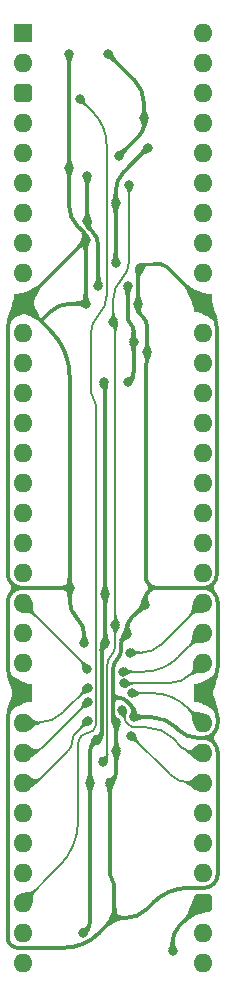
<source format=gbl>
%TF.GenerationSoftware,KiCad,Pcbnew,8.0.7*%
%TF.CreationDate,2025-01-29T07:17:14+02:00*%
%TF.ProjectId,HCP65 Main Memory Address,48435036-3520-44d6-9169-6e204d656d6f,V0*%
%TF.SameCoordinates,Original*%
%TF.FileFunction,Copper,L2,Bot*%
%TF.FilePolarity,Positive*%
%FSLAX46Y46*%
G04 Gerber Fmt 4.6, Leading zero omitted, Abs format (unit mm)*
G04 Created by KiCad (PCBNEW 8.0.7) date 2025-01-29 07:17:14*
%MOMM*%
%LPD*%
G01*
G04 APERTURE LIST*
G04 Aperture macros list*
%AMRoundRect*
0 Rectangle with rounded corners*
0 $1 Rounding radius*
0 $2 $3 $4 $5 $6 $7 $8 $9 X,Y pos of 4 corners*
0 Add a 4 corners polygon primitive as box body*
4,1,4,$2,$3,$4,$5,$6,$7,$8,$9,$2,$3,0*
0 Add four circle primitives for the rounded corners*
1,1,$1+$1,$2,$3*
1,1,$1+$1,$4,$5*
1,1,$1+$1,$6,$7*
1,1,$1+$1,$8,$9*
0 Add four rect primitives between the rounded corners*
20,1,$1+$1,$2,$3,$4,$5,0*
20,1,$1+$1,$4,$5,$6,$7,0*
20,1,$1+$1,$6,$7,$8,$9,0*
20,1,$1+$1,$8,$9,$2,$3,0*%
G04 Aperture macros list end*
%TA.AperFunction,ComponentPad*%
%ADD10O,1.600000X1.600000*%
%TD*%
%TA.AperFunction,ComponentPad*%
%ADD11R,1.600000X1.600000*%
%TD*%
%TA.AperFunction,ComponentPad*%
%ADD12RoundRect,0.400000X-0.400000X-0.400000X0.400000X-0.400000X0.400000X0.400000X-0.400000X0.400000X0*%
%TD*%
%TA.AperFunction,ViaPad*%
%ADD13C,0.800000*%
%TD*%
%TA.AperFunction,Conductor*%
%ADD14C,0.380000*%
%TD*%
%TA.AperFunction,Conductor*%
%ADD15C,0.280000*%
%TD*%
%TA.AperFunction,Conductor*%
%ADD16C,0.200000*%
%TD*%
G04 APERTURE END LIST*
D10*
%TO.P,J2,64,Pin_64*%
%TO.N,CLK*%
X15240000Y0D03*
%TO.P,J2,63,Pin_63*%
%TO.N,~{CLK}*%
X15240000Y-2540000D03*
%TO.P,J2,62,Pin_62*%
%TO.N,unconnected-(J2-Pin_62-Pad62)*%
X15240000Y-5080000D03*
%TO.P,J2,61,Pin_61*%
%TO.N,M~{RD}*%
X15240000Y-7620000D03*
%TO.P,J2,60,Pin_60*%
%TO.N,M~{WD}*%
X15240000Y-10160000D03*
%TO.P,J2,59,Pin_59*%
%TO.N,MA23*%
X15240000Y-12700000D03*
%TO.P,J2,58,Pin_58*%
%TO.N,MA22*%
X15240000Y-15240000D03*
%TO.P,J2,57,Pin_57*%
%TO.N,MA21*%
X15240000Y-17780000D03*
%TO.P,J2,56,Pin_56*%
%TO.N,MA20*%
X15240000Y-20320000D03*
D11*
%TO.P,J2,55,Pin_55*%
%TO.N,GND*%
X15240000Y-22860000D03*
D10*
%TO.P,J2,54,Pin_54*%
%TO.N,MA19*%
X15240000Y-25400000D03*
%TO.P,J2,53,Pin_53*%
%TO.N,MA18*%
X15240000Y-27940000D03*
%TO.P,J2,52,Pin_52*%
%TO.N,MA17*%
X15240000Y-30480000D03*
%TO.P,J2,51,Pin_51*%
%TO.N,MA16*%
X15240000Y-33020000D03*
%TO.P,J2,50,Pin_50*%
%TO.N,MA15*%
X15240000Y-35560000D03*
%TO.P,J2,49,Pin_49*%
%TO.N,MA14*%
X15240000Y-38100000D03*
%TO.P,J2,48,Pin_48*%
%TO.N,MA13*%
X15240000Y-40640000D03*
%TO.P,J2,47,Pin_47*%
%TO.N,MA12*%
X15240000Y-43180000D03*
%TO.P,J2,46,Pin_46*%
%TO.N,MA11*%
X15240000Y-45720000D03*
%TO.P,J2,45,Pin_45*%
%TO.N,MA10*%
X15240000Y-48260000D03*
%TO.P,J2,44,Pin_44*%
%TO.N,MA9*%
X15240000Y-50800000D03*
%TO.P,J2,43,Pin_43*%
%TO.N,MA8*%
X15240000Y-53340000D03*
D11*
%TO.P,J2,42,Pin_42*%
%TO.N,GND*%
X15240000Y-55880000D03*
D10*
%TO.P,J2,41,Pin_41*%
%TO.N,MA7*%
X15240000Y-58420000D03*
%TO.P,J2,40,Pin_40*%
%TO.N,MA6*%
X15240000Y-60960000D03*
%TO.P,J2,39,Pin_39*%
%TO.N,MA5*%
X15240000Y-63500000D03*
%TO.P,J2,38,Pin_38*%
%TO.N,MA4*%
X15240000Y-66040000D03*
%TO.P,J2,37,Pin_37*%
%TO.N,MA3*%
X15240000Y-68580000D03*
%TO.P,J2,36,Pin_36*%
%TO.N,MA2*%
X15240000Y-71120000D03*
D12*
%TO.P,J2,35,Pin_35*%
%TO.N,5V*%
X15240000Y-73660000D03*
D10*
%TO.P,J2,34,Pin_34*%
%TO.N,MA1*%
X15240000Y-76200000D03*
%TO.P,J2,33,Pin_33*%
%TO.N,MA0*%
X15240000Y-78740000D03*
%TO.P,J2,32,Pin_32*%
%TO.N,A0*%
X0Y-78740000D03*
%TO.P,J2,31,Pin_31*%
%TO.N,A1*%
X0Y-76200000D03*
%TO.P,J2,30,Pin_30*%
%TO.N,MCLK*%
X0Y-73660000D03*
%TO.P,J2,29,Pin_29*%
%TO.N,A2*%
X0Y-71120000D03*
%TO.P,J2,28,Pin_28*%
%TO.N,A3*%
X0Y-68580000D03*
%TO.P,J2,27,Pin_27*%
%TO.N,A4*%
X0Y-66040000D03*
%TO.P,J2,26,Pin_26*%
%TO.N,A5*%
X0Y-63500000D03*
%TO.P,J2,25,Pin_25*%
%TO.N,A6*%
X0Y-60960000D03*
%TO.P,J2,24,Pin_24*%
%TO.N,A7*%
X0Y-58420000D03*
D11*
%TO.P,J2,23,Pin_23*%
%TO.N,GND*%
X0Y-55880000D03*
D10*
%TO.P,J2,22,Pin_22*%
%TO.N,A8*%
X0Y-53340000D03*
%TO.P,J2,21,Pin_21*%
%TO.N,A9*%
X0Y-50800000D03*
%TO.P,J2,20,Pin_20*%
%TO.N,A10*%
X0Y-48260000D03*
%TO.P,J2,19,Pin_19*%
%TO.N,A11*%
X0Y-45720000D03*
%TO.P,J2,18,Pin_18*%
%TO.N,A12*%
X0Y-43180000D03*
%TO.P,J2,17,Pin_17*%
%TO.N,A13*%
X0Y-40640000D03*
%TO.P,J2,16,Pin_16*%
%TO.N,A14*%
X0Y-38100000D03*
%TO.P,J2,15,Pin_15*%
%TO.N,A15*%
X0Y-35560000D03*
%TO.P,J2,14,Pin_14*%
%TO.N,A16*%
X0Y-33020000D03*
%TO.P,J2,13,Pin_13*%
%TO.N,A17*%
X0Y-30480000D03*
%TO.P,J2,12,Pin_12*%
%TO.N,A18*%
X0Y-27940000D03*
%TO.P,J2,11,Pin_11*%
%TO.N,A19*%
X0Y-25400000D03*
D11*
%TO.P,J2,10,Pin_10*%
%TO.N,GND*%
X0Y-22860000D03*
D10*
%TO.P,J2,9,Pin_9*%
%TO.N,A20*%
X0Y-20320000D03*
%TO.P,J2,8,Pin_8*%
%TO.N,A21*%
X0Y-17780000D03*
%TO.P,J2,7,Pin_7*%
%TO.N,A22*%
X0Y-15240000D03*
%TO.P,J2,6,Pin_6*%
%TO.N,A23*%
X0Y-12700000D03*
%TO.P,J2,5,Pin_5*%
%TO.N,~{WD}*%
X0Y-10160000D03*
%TO.P,J2,4,Pin_4*%
%TO.N,~{RD}*%
X0Y-7620000D03*
D12*
%TO.P,J2,3,Pin_3*%
%TO.N,5V*%
X0Y-5080000D03*
D10*
%TO.P,J2,2,Pin_2*%
%TO.N,~{Main}*%
X0Y-2540000D03*
D11*
%TO.P,J2,1,Pin_1*%
%TO.N,~{Main Access Slot}*%
X0Y0D03*
%TD*%
D13*
%TO.N,GND*%
X5334010Y-22919000D03*
X7874008Y-19456400D03*
X5334005Y-17559055D03*
X7772400Y-74930000D03*
X8858179Y-50899000D03*
X10642995Y-9754005D03*
X5207000Y-51680800D03*
X7365998Y-63500000D03*
X3984010Y-46990000D03*
X9416999Y-57930885D03*
X10541000Y-27051006D03*
X3937000Y-1778000D03*
X3937000Y-11430000D03*
X9779000Y-22919000D03*
X10363200Y-48412400D03*
X7924800Y-58389461D03*
X9906000Y-19919000D03*
X7924794Y-60807600D03*
X7874008Y-14419000D03*
%TO.N,5V*%
X12700000Y-77724000D03*
%TO.N,/3.3V*%
X9391000Y-26162000D03*
X7239000Y-1778000D03*
X5462013Y-15918993D03*
X8890000Y-21419000D03*
X10287000Y-7239010D03*
X6270730Y-59864730D03*
X8890000Y-29591000D03*
X6400800Y-21419000D03*
X5120593Y-76200000D03*
X6857994Y-29591000D03*
X8128003Y-10413999D03*
X6973000Y-47498000D03*
X5462013Y-12141200D03*
X7003258Y-51689000D03*
X5708000Y-63500000D03*
%TO.N,/~{Main Access}*%
X7843258Y-50120800D03*
X9017006Y-12859000D03*
X7680000Y-24479000D03*
X6780000Y-61722000D03*
%TO.N,A5*%
X5494800Y-58256673D03*
%TO.N,A7*%
X5494800Y-55481583D03*
%TO.N,MA10*%
X9125903Y-52476355D03*
%TO.N,MA9*%
X8496115Y-54089115D03*
%TO.N,MA5*%
X9204981Y-59525738D03*
%TO.N,MA8*%
X8548805Y-55087729D03*
%TO.N,A10*%
X5427493Y-53901583D03*
%TO.N,MA6*%
X8454800Y-57362351D03*
%TO.N,A6*%
X5494800Y-56680794D03*
%TO.N,MA7*%
X9233593Y-55906687D03*
%TO.N,MCLK*%
X4826000Y-5588000D03*
%TD*%
D14*
%TO.N,/3.3V*%
X6684800Y-59157868D02*
G75*
G02*
X6477768Y-59657698I-706870J-2D01*
G01*
X8890000Y-24029739D02*
G75*
G03*
X9140502Y-24634498I855250J-1D01*
G01*
X5462013Y-16147781D02*
G75*
G03*
X5623771Y-16538365I552387J-19D01*
G01*
X9391000Y-28735739D02*
G75*
G02*
X9140500Y-29340500I-855260J-1D01*
G01*
X6844029Y-51848229D02*
G75*
G03*
X6684817Y-52232641I384371J-384371D01*
G01*
X9433872Y-3972872D02*
G75*
G02*
X10286985Y-6032505I-2059672J-2059628D01*
G01*
X6915497Y-29648503D02*
G75*
G02*
X6972989Y-29787327I-138797J-138797D01*
G01*
X6988129Y-47513129D02*
G75*
G02*
X7003289Y-47549653I-36529J-36571D01*
G01*
X5708000Y-75197233D02*
G75*
G02*
X5414298Y-75906298I-1002780J3D01*
G01*
X10287000Y-7747006D02*
G75*
G02*
X9927787Y-8614204I-1226400J6D01*
G01*
X5931406Y-16845962D02*
G75*
G02*
X6400818Y-17979178I-1133206J-1133238D01*
G01*
X5989365Y-60146095D02*
G75*
G03*
X5707967Y-60825370I679235J-679305D01*
G01*
X9140500Y-24634500D02*
G75*
G02*
X9391016Y-25239260I-604800J-604800D01*
G01*
%TO.N,5V*%
X13238815Y-75661184D02*
G75*
G03*
X12699990Y-76962000I1300785J-1300816D01*
G01*
%TO.N,GND*%
X635000Y-23495000D02*
G75*
G03*
X-635000Y-23495000I-635000J-634999D01*
G01*
X16179800Y-72059800D02*
G75*
G02*
X15382626Y-72390011I-797200J797200D01*
G01*
X8333258Y-52246552D02*
G75*
G02*
X7999029Y-53053453I-1141138J2D01*
G01*
X10541000Y-27824797D02*
G75*
G02*
X10477501Y-27978101I-216800J-3D01*
G01*
X8571571Y-11748428D02*
G75*
G03*
X7873993Y-13432496I1684029J-1684072D01*
G01*
X8789979Y-56580301D02*
G75*
G03*
X8080439Y-56286360I-709579J-709499D01*
G01*
X12185282Y-19805282D02*
G75*
G03*
X11709000Y-19608010I-476282J-476318D01*
G01*
X10693396Y-47269390D02*
G75*
G03*
X10693390Y-46710604I-279396J279390D01*
G01*
X11367921Y-46989994D02*
G75*
G03*
X10693390Y-47269384I-21J-953906D01*
G01*
X10693397Y-46710597D02*
G75*
G03*
X11367921Y-46989987I674503J674497D01*
G01*
X10650572Y-47312215D02*
G75*
G03*
X10363180Y-48005994I693728J-693785D01*
G01*
X6502400Y-76200000D02*
G75*
G02*
X3436348Y-77470004I-3066060J3066060D01*
G01*
X4093671Y-22919000D02*
G75*
G03*
X2294602Y-23664202I-1J-2544260D01*
G01*
X10604495Y-9754005D02*
G75*
G03*
X10538764Y-9781221I5J-92995D01*
G01*
X15875000Y-56515000D02*
G75*
G02*
X16509989Y-58048025I-1533000J-1533000D01*
G01*
X10477500Y-27978100D02*
G75*
G03*
X10414001Y-28131402I153300J-153300D01*
G01*
X8595718Y-51161460D02*
G75*
G03*
X8333268Y-51795096I633682J-633640D01*
G01*
X16510000Y-58475905D02*
G75*
G02*
X16154398Y-59334398I-1214100J5D01*
G01*
X10160000Y-24028400D02*
G75*
G02*
X10540994Y-24948215I-919800J-919800D01*
G01*
X5160675Y-16895475D02*
G75*
G02*
X5333978Y-17313930I-418475J-418425D01*
G01*
X7365998Y-71213628D02*
G75*
G03*
X7569207Y-71704191I693802J28D01*
G01*
X4671083Y-49629083D02*
G75*
G02*
X5206998Y-50922900I-1293823J-1293817D01*
G01*
X10414000Y-46036072D02*
G75*
G03*
X10693388Y-46710606I953900J-28D01*
G01*
X16154400Y-60045600D02*
G75*
G02*
X16510002Y-60904094I-858500J-858500D01*
G01*
X15835000Y-23455000D02*
G75*
G02*
X16430018Y-24891457I-1436500J-1436500D01*
G01*
X16154397Y-47345597D02*
G75*
G02*
X16510002Y-48204098I-858497J-858503D01*
G01*
X-635000Y-55245000D02*
G75*
G02*
X-635000Y-56515000I-634999J-635000D01*
G01*
X12989642Y-58810442D02*
G75*
G03*
X10866202Y-57930888I-2123442J-2123458D01*
G01*
X9779000Y-23283200D02*
G75*
G03*
X10036519Y-23904937I879300J0D01*
G01*
X15295905Y-59690000D02*
G75*
G03*
X16154398Y-59334398I-5J1214100D01*
G01*
X16154400Y-60045600D02*
G75*
G03*
X15295905Y-59689998I-858500J-858500D01*
G01*
X16154400Y-59334400D02*
G75*
G03*
X16154400Y-60045600I355600J-355600D01*
G01*
X-914400Y-47345600D02*
G75*
G03*
X-1270000Y-48204094I858498J-858496D01*
G01*
X10454059Y-74229539D02*
G75*
G02*
X8763000Y-74930004I-1691059J1691039D01*
G01*
X-635000Y-56515000D02*
G75*
G03*
X-1270002Y-58048025I1533030J-1533030D01*
G01*
X15875000Y-55245000D02*
G75*
G03*
X15875000Y-56515000I635000J-635000D01*
G01*
X9205219Y-49570380D02*
G75*
G03*
X8858171Y-50408210I837781J-837820D01*
G01*
X15352463Y-46989994D02*
G75*
G03*
X16114427Y-46674421I37J1077594D01*
G01*
X16114397Y-47305597D02*
G75*
G03*
X15352463Y-46990011I-761897J-761903D01*
G01*
X16114397Y-46674391D02*
G75*
G03*
X16114391Y-47305603I315603J-315609D01*
G01*
X-1270000Y-45775905D02*
G75*
G03*
X-914400Y-46634400I1214103J3D01*
G01*
X-1270000Y-76602789D02*
G75*
G03*
X-1016000Y-77216000I867220J3D01*
G01*
X8080439Y-56286400D02*
G75*
G03*
X7664800Y-56702039I-39J-415600D01*
G01*
X7664800Y-55870761D02*
G75*
G03*
X8080439Y-56286400I415640J1D01*
G01*
X9161180Y-56951502D02*
G75*
G02*
X9417003Y-57569103I-617580J-617598D01*
G01*
X3937000Y-14683968D02*
G75*
G03*
X4635503Y-16370301I2384830J-2D01*
G01*
X9842500Y-19982500D02*
G75*
G03*
X9779001Y-20135802I153300J-153300D01*
G01*
X16510000Y-53711974D02*
G75*
G02*
X15875001Y-55245001I-2168040J4D01*
G01*
D15*
X10436910Y-19608000D02*
G75*
G03*
X10061497Y-19763497I-10J-530900D01*
G01*
D14*
X-1016000Y-77216000D02*
G75*
G03*
X-402789Y-77470000I613214J613220D01*
G01*
X7664800Y-57945613D02*
G75*
G03*
X7794817Y-58259444I443800J13D01*
G01*
X7999029Y-53053453D02*
G75*
G03*
X7664758Y-53860353I806871J-806947D01*
G01*
X-914400Y-47345600D02*
G75*
G03*
X-914400Y-46634400I-355598J355600D01*
G01*
X-55905Y-46990000D02*
G75*
G03*
X-914400Y-47345600I-2J-1214092D01*
G01*
X-914400Y-46634400D02*
G75*
G03*
X-55905Y-46990000I858498J858503D01*
G01*
X7924794Y-62546075D02*
G75*
G02*
X7645395Y-63220601I-953934J5D01*
G01*
X-1270000Y-53711974D02*
G75*
G03*
X-635001Y-55245001I2168040J4D01*
G01*
X-635000Y-23495000D02*
G75*
G03*
X-1270002Y-25028025I1533030J-1533030D01*
G01*
X14071600Y-72390000D02*
G75*
G03*
X11036359Y-73647230I0J-4292500D01*
G01*
X13186983Y-59007783D02*
G75*
G03*
X14834000Y-59690010I1647017J1646983D01*
G01*
X3984010Y-48077225D02*
G75*
G03*
X4595504Y-49553506I2087770J-5D01*
G01*
X2390217Y-25250217D02*
G75*
G02*
X3984010Y-29097973I-3847761J-3847758D01*
G01*
X7569199Y-71704199D02*
G75*
G02*
X7772413Y-72194769I-490599J-490601D01*
G01*
X16510000Y-71262626D02*
G75*
G02*
X16179792Y-72059792I-1127400J26D01*
G01*
X16430000Y-45912457D02*
G75*
G02*
X16114396Y-46674390I-1077550J7D01*
G01*
X5334005Y-22614210D02*
X5334005Y-22817400D01*
X11709000Y-19608000D02*
X11151000Y-19608000D01*
X7664800Y-56702039D02*
X7664800Y-55870761D01*
D16*
%TO.N,MCLK*%
X5980300Y-30923100D02*
G75*
G02*
X6194780Y-31440948I-517800J-517800D01*
G01*
X6194800Y-58603591D02*
G75*
G02*
X5999352Y-59075452I-667300J-9D01*
G01*
X5765800Y-30405251D02*
G75*
G03*
X5980302Y-30923098I732340J1D01*
G01*
X4972049Y-59543949D02*
G75*
G03*
X4699049Y-60203151I659251J-659151D01*
G01*
X4699000Y-66707036D02*
G75*
G02*
X3105207Y-70554792I-5441559J4D01*
G01*
X6438900Y-23888700D02*
G75*
G03*
X5765803Y-25513707I1625000J-1625000D01*
G01*
X5999350Y-59075450D02*
G75*
G02*
X5527491Y-59270897I-471850J471850D01*
G01*
X5524500Y-59270900D02*
G75*
G03*
X5047541Y-59468472I0J-674500D01*
G01*
X7112000Y-22263692D02*
G75*
G02*
X6438899Y-23888699I-2298110J2D01*
G01*
X5969000Y-6731000D02*
G75*
G02*
X7112002Y-9490446I-2759450J-2759450D01*
G01*
%TO.N,MA7*%
X13961682Y-57141682D02*
G75*
G03*
X10980140Y-55906686I-2981542J-2981538D01*
G01*
%TO.N,A6*%
X1645371Y-60530222D02*
G75*
G02*
X607797Y-60960000I-1037576J1037576D01*
G01*
%TO.N,MA6*%
X8547386Y-57454937D02*
G75*
G02*
X8640011Y-57678459I-223486J-223563D01*
G01*
X8906185Y-58534787D02*
G75*
G03*
X9548880Y-58801016I642715J642687D01*
G01*
X13517630Y-60510110D02*
G75*
G03*
X14603760Y-60960034I1086170J1086110D01*
G01*
X8639972Y-57908048D02*
G75*
G03*
X8894901Y-58523505I870388J-2D01*
G01*
X12740529Y-59733009D02*
G75*
G03*
X10490459Y-58801000I-2250069J-2250071D01*
G01*
%TO.N,A10*%
X5351800Y-53611800D02*
G75*
G02*
X5427477Y-53794538I-182700J-182700D01*
G01*
%TO.N,MA8*%
X14366135Y-54213864D02*
G75*
G02*
X12256439Y-55087733I-2109705J2109704D01*
G01*
%TO.N,MA5*%
X12450655Y-62771412D02*
G75*
G03*
X14209621Y-63499971I1758945J1759012D01*
G01*
%TO.N,MA9*%
X13172330Y-52867669D02*
G75*
G02*
X10223500Y-54089112I-2948830J2948839D01*
G01*
%TO.N,MA10*%
X11694598Y-51805401D02*
G75*
G02*
X10074774Y-52476342I-1619798J1619801D01*
G01*
%TO.N,A7*%
X3460200Y-57516182D02*
G75*
G02*
X1278191Y-58420000I-2182010J2182012D01*
G01*
%TO.N,A5*%
X4191000Y-60006236D02*
G75*
G02*
X3875795Y-60767200I-1076170J6D01*
G01*
X1547111Y-63095888D02*
G75*
G02*
X571500Y-63499997I-975611J975618D01*
G01*
X4506202Y-59245270D02*
G75*
G03*
X4191034Y-60006236I760998J-760930D01*
G01*
%TO.N,/~{Main Access}*%
X8348503Y-20899836D02*
G75*
G03*
X7680003Y-22513745I1613907J-1613904D01*
G01*
X7509029Y-52688971D02*
G75*
G03*
X7174771Y-53495871I806871J-806929D01*
G01*
X7843258Y-51882070D02*
G75*
G02*
X7509030Y-52688972I-1141138J0D01*
G01*
X7174800Y-61048034D02*
G75*
G02*
X6977399Y-61524599I-673970J4D01*
G01*
X7862000Y-50088805D02*
G75*
G02*
X7852627Y-50111427I-32000J5D01*
G01*
X9017006Y-19285926D02*
G75*
G02*
X8348502Y-20899835I-2282426J6D01*
G01*
X7771000Y-24570000D02*
G75*
G02*
X7862003Y-24789693I-219700J-219700D01*
G01*
D15*
%TO.N,GND*%
X10061500Y-19763500D02*
X9906000Y-19919000D01*
X11151000Y-19608000D02*
X10436910Y-19608000D01*
D14*
X9779000Y-22919000D02*
X9779000Y-20135802D01*
X9842500Y-19982500D02*
X9906000Y-19919000D01*
D16*
%TO.N,MCLK*%
X5969000Y-6731000D02*
X4826000Y-5588000D01*
X7112000Y-22263692D02*
X7112000Y-9490446D01*
X5765800Y-30405251D02*
X5765800Y-25513707D01*
X6194800Y-31440948D02*
X6194800Y-58603591D01*
X5527491Y-59270900D02*
X5524500Y-59270900D01*
X4972049Y-59543949D02*
X5047534Y-59468465D01*
X3105207Y-70554792D02*
X0Y-73660000D01*
X4699000Y-60203151D02*
X4699000Y-66707036D01*
%TO.N,A5*%
X5494800Y-58256673D02*
X4506202Y-59245270D01*
X3875797Y-60767202D02*
X1547111Y-63095888D01*
D14*
%TO.N,/3.3V*%
X6270730Y-59864730D02*
X5989365Y-60146095D01*
X5708000Y-63500000D02*
X5708000Y-60825370D01*
X6684800Y-59157868D02*
X6684800Y-52232641D01*
X7003258Y-51689000D02*
X6844029Y-51848229D01*
X6270730Y-59864730D02*
X6477765Y-59657695D01*
D16*
%TO.N,MA10*%
X10074774Y-52476355D02*
X9125903Y-52476355D01*
X11694598Y-51805401D02*
X15240000Y-48260000D01*
D14*
%TO.N,GND*%
X8595718Y-51161460D02*
X8858179Y-50899000D01*
X8333258Y-52246552D02*
X8333258Y-51795096D01*
X7664800Y-55870761D02*
X7664800Y-53860353D01*
D16*
%TO.N,/~{Main Access}*%
X7843258Y-50120800D02*
X7843258Y-51882070D01*
X7174800Y-53495871D02*
X7174800Y-61048034D01*
X6780000Y-61722000D02*
X6977400Y-61524600D01*
D14*
%TO.N,/3.3V*%
X6988129Y-47513129D02*
X6973000Y-47498000D01*
D16*
%TO.N,/~{Main Access}*%
X7843258Y-50120800D02*
X7852629Y-50111429D01*
D14*
%TO.N,/3.3V*%
X7003258Y-51689000D02*
X7003258Y-47549653D01*
D16*
%TO.N,/~{Main Access}*%
X7680000Y-24479000D02*
X7771000Y-24570000D01*
X7862000Y-50088805D02*
X7862000Y-24789693D01*
%TO.N,MA8*%
X14366135Y-54213864D02*
X15240000Y-53340000D01*
X8548805Y-55087729D02*
X12256439Y-55087729D01*
%TO.N,MA9*%
X13172330Y-52867669D02*
X15240000Y-50800000D01*
X8496115Y-54089115D02*
X10223500Y-54089115D01*
D14*
%TO.N,GND*%
X8858179Y-50899000D02*
X8858179Y-50408210D01*
X10363200Y-48412400D02*
X9205219Y-49570380D01*
X12989642Y-58810442D02*
X13186983Y-59007783D01*
X15295905Y-59690000D02*
X14834000Y-59690000D01*
X8789979Y-56580301D02*
X9161180Y-56951502D01*
X9416999Y-57930885D02*
X10866202Y-57930885D01*
X9416999Y-57930885D02*
X9416999Y-57569103D01*
D16*
%TO.N,MA6*%
X13517630Y-60510110D02*
X12740529Y-59733009D01*
X9548880Y-58801000D02*
X10490459Y-58801000D01*
X8906185Y-58534787D02*
X8894902Y-58523504D01*
X8454800Y-57362351D02*
X8547386Y-57454937D01*
X8639972Y-57678459D02*
X8639972Y-57908048D01*
%TO.N,MA5*%
X14209621Y-63500000D02*
X15240000Y-63500000D01*
X12450655Y-62771412D02*
X9204981Y-59525738D01*
%TO.N,A7*%
X1278191Y-58420000D02*
X0Y-58420000D01*
X3460200Y-57516182D02*
X5494800Y-55481583D01*
%TO.N,A6*%
X1645371Y-60530222D02*
X5494800Y-56680794D01*
%TO.N,A10*%
X5427493Y-53794538D02*
X5427493Y-53901583D01*
X5351800Y-53611800D02*
X0Y-48260000D01*
D14*
%TO.N,GND*%
X4671083Y-49629083D02*
X4595505Y-49553505D01*
X5207000Y-51680800D02*
X5207000Y-50922900D01*
X3984010Y-46990000D02*
X3984010Y-48077225D01*
X7664800Y-56702039D02*
X7664800Y-57945613D01*
X7365998Y-71213628D02*
X7365998Y-63500000D01*
X16510000Y-60904094D02*
X16510000Y-71262626D01*
X6502400Y-76200000D02*
X7772400Y-74930000D01*
X4093671Y-22919000D02*
X5334010Y-22919000D01*
X3984010Y-46990000D02*
X3984010Y-29097973D01*
X12185282Y-19805282D02*
X15240000Y-22860000D01*
X15382626Y-72390000D02*
X14071600Y-72390000D01*
X7874008Y-13432496D02*
X7874008Y-14419000D01*
X10604495Y-9754005D02*
X10642995Y-9754005D01*
X3937000Y-11430000D02*
X3937000Y-14683968D01*
X5334005Y-17559055D02*
X33060Y-22860000D01*
X7772400Y-74930000D02*
X7772400Y-72194769D01*
X10160000Y-24028400D02*
X10036528Y-23904928D01*
X10693396Y-47269390D02*
X10650572Y-47312215D01*
X-1270000Y-58048025D02*
X-1270000Y-76602789D01*
X7365998Y-63500000D02*
X7645396Y-63220602D01*
X8571571Y-11748428D02*
X10538771Y-9781228D01*
X7924800Y-60807594D02*
X7924800Y-58389461D01*
X635000Y-23495000D02*
X2390217Y-25250217D01*
X5334005Y-22918995D02*
X5334010Y-22919000D01*
X7794800Y-58259461D02*
X7924800Y-58389461D01*
X7924794Y-60807600D02*
X7924794Y-62546075D01*
X7874008Y-19456400D02*
X7874008Y-14419000D01*
X16154397Y-47345597D02*
X16114397Y-47305597D01*
X5334005Y-22817400D02*
X5334005Y-22918995D01*
X11367921Y-46989994D02*
X15352463Y-46989994D01*
X10454059Y-74229539D02*
X11036364Y-73647235D01*
X10414000Y-28131402D02*
X10414000Y-46036072D01*
X10541000Y-24948215D02*
X10541000Y-27051006D01*
X5160675Y-16895475D02*
X4635502Y-16370302D01*
X8763000Y-74930000D02*
X7772400Y-74930000D01*
X16510000Y-58048025D02*
X16510000Y-58475905D01*
X3984010Y-46990000D02*
X-55905Y-46990000D01*
X9779000Y-22919000D02*
X9779000Y-23283200D01*
X16430000Y-24891457D02*
X16430000Y-45912457D01*
X-1270000Y-45775905D02*
X-1270000Y-25028025D01*
X10541000Y-27824797D02*
X10541000Y-27051006D01*
X5334005Y-22614210D02*
X5334005Y-17559055D01*
X2294600Y-23664200D02*
X1549400Y-24409400D01*
X-1270000Y-48204094D02*
X-1270000Y-53711974D01*
X10363200Y-48005994D02*
X10363200Y-48412400D01*
X16510000Y-48204098D02*
X16510000Y-53711974D01*
X3436348Y-77470000D02*
X-402789Y-77470000D01*
X7924800Y-60807594D02*
X7924794Y-60807600D01*
X5334005Y-17559055D02*
X5334005Y-17313930D01*
X3937000Y-11430000D02*
X3937000Y-1778000D01*
%TO.N,5V*%
X12700000Y-77724000D02*
X12700000Y-76962000D01*
X13238815Y-75661184D02*
X15240000Y-73660000D01*
%TO.N,/3.3V*%
X8890000Y-21419000D02*
X8890000Y-24029739D01*
X9391000Y-28735739D02*
X9391000Y-26162000D01*
X10287000Y-7239010D02*
X10287000Y-7747006D01*
X5623790Y-16538346D02*
X5931406Y-16845962D01*
X5462013Y-16147781D02*
X5462013Y-15918993D01*
X8128003Y-10413999D02*
X9927792Y-8614209D01*
X5462013Y-15918993D02*
X5462013Y-12141200D01*
X9433872Y-3972872D02*
X7239000Y-1778000D01*
X5708000Y-63500000D02*
X5708000Y-75197233D01*
X9391000Y-26162000D02*
X9391000Y-25239260D01*
X5120593Y-76200000D02*
X5414296Y-75906296D01*
X6400800Y-21419000D02*
X6400800Y-17979178D01*
X6973000Y-29787327D02*
X6973000Y-47498000D01*
X9140500Y-29340500D02*
X8890000Y-29591000D01*
X6915497Y-29648503D02*
X6857994Y-29591000D01*
X10287000Y-7239010D02*
X10287000Y-6032505D01*
D16*
%TO.N,/~{Main Access}*%
X7680000Y-22513745D02*
X7680000Y-24479000D01*
X9017006Y-12859000D02*
X9017006Y-19285926D01*
%TO.N,MA7*%
X9233593Y-55906687D02*
X10980140Y-55906687D01*
X13961682Y-57141682D02*
X15240000Y-58420000D01*
%TD*%
%TA.AperFunction,Conductor*%
%TO.N,/3.3V*%
G36*
X6861789Y-59206291D02*
G01*
X6869998Y-59209869D01*
X6873273Y-59218203D01*
X6873257Y-59218647D01*
X6862217Y-59414777D01*
X6862037Y-59416261D01*
X6835049Y-59561148D01*
X6834543Y-59563003D01*
X6790256Y-59684835D01*
X6789880Y-59685748D01*
X6725862Y-59824204D01*
X6644891Y-60007374D01*
X6638412Y-60013556D01*
X6629738Y-60013464D01*
X6272886Y-59866623D01*
X6269050Y-59864061D01*
X5997775Y-59591810D01*
X5994363Y-59583531D01*
X5997805Y-59575264D01*
X5999404Y-59573932D01*
X6124705Y-59487398D01*
X6127666Y-59485924D01*
X6261106Y-59441792D01*
X6261363Y-59441711D01*
X6377925Y-59406530D01*
X6460664Y-59339548D01*
X6491822Y-59208707D01*
X6497072Y-59201454D01*
X6503416Y-59199721D01*
X6861789Y-59206291D01*
G37*
%TD.AperFunction*%
%TD*%
%TA.AperFunction,Conductor*%
%TO.N,/3.3V*%
G36*
X5848666Y-15918969D02*
G01*
X5856932Y-15922410D01*
X5860344Y-15930690D01*
X5860241Y-15932222D01*
X5841729Y-16070472D01*
X5841189Y-16072745D01*
X5800439Y-16190523D01*
X5768883Y-16291333D01*
X5768883Y-16291334D01*
X5777175Y-16389749D01*
X5849940Y-16493399D01*
X5851889Y-16502139D01*
X5848637Y-16508394D01*
X5595747Y-16761284D01*
X5587474Y-16764711D01*
X5579201Y-16761284D01*
X5578655Y-16760700D01*
X5473883Y-16640527D01*
X5472767Y-16639017D01*
X5408024Y-16534912D01*
X5407536Y-16534048D01*
X5358295Y-16437489D01*
X5292791Y-16332158D01*
X5186331Y-16210050D01*
X5183478Y-16201563D01*
X5186857Y-16194110D01*
X5457868Y-15921741D01*
X5466129Y-15918294D01*
X5848666Y-15918969D01*
G37*
%TD.AperFunction*%
%TD*%
%TA.AperFunction,Conductor*%
%TO.N,/3.3V*%
G36*
X9536559Y-28991908D02*
G01*
X9544003Y-28996883D01*
X9545750Y-29005666D01*
X9545666Y-29006053D01*
X9503176Y-29187348D01*
X9502851Y-29188478D01*
X9457356Y-29320944D01*
X9456895Y-29322086D01*
X9405151Y-29433115D01*
X9405014Y-29433400D01*
X9341108Y-29561387D01*
X9264181Y-29733701D01*
X9257679Y-29739858D01*
X9249046Y-29739751D01*
X8891982Y-29592875D01*
X8888143Y-29590311D01*
X8617018Y-29318059D01*
X8613608Y-29309779D01*
X8617052Y-29301513D01*
X8618638Y-29300191D01*
X8751806Y-29207786D01*
X8755025Y-29206218D01*
X8892826Y-29163732D01*
X8893371Y-29163580D01*
X9016672Y-29132449D01*
X9114175Y-29066741D01*
X9172033Y-28928933D01*
X9178395Y-28922633D01*
X9185102Y-28921989D01*
X9536559Y-28991908D01*
G37*
%TD.AperFunction*%
%TD*%
%TA.AperFunction,Conductor*%
%TO.N,/3.3V*%
G36*
X7006663Y-51691418D02*
G01*
X7006693Y-51691447D01*
X7015125Y-51699909D01*
X7276707Y-51962416D01*
X7280119Y-51970696D01*
X7276678Y-51978963D01*
X7275549Y-51979952D01*
X7165518Y-52064522D01*
X7163590Y-52065725D01*
X7052762Y-52120735D01*
X6960547Y-52170412D01*
X6960543Y-52170414D01*
X6897897Y-52246301D01*
X6897896Y-52246304D01*
X6876473Y-52370717D01*
X6871692Y-52378289D01*
X6864943Y-52380432D01*
X6507289Y-52380432D01*
X6499016Y-52377005D01*
X6495589Y-52368732D01*
X6495614Y-52367969D01*
X6506020Y-52208638D01*
X6506273Y-52206864D01*
X6532879Y-52087095D01*
X6533114Y-52086211D01*
X6565080Y-51982775D01*
X6591978Y-51861692D01*
X6602545Y-51699907D01*
X6606504Y-51691877D01*
X6614189Y-51688972D01*
X6998382Y-51688012D01*
X7006663Y-51691418D01*
G37*
%TD.AperFunction*%
%TD*%
%TA.AperFunction,Conductor*%
%TO.N,/3.3V*%
G36*
X5911888Y-59716061D02*
G01*
X6268936Y-59862912D01*
X6272772Y-59865475D01*
X6292564Y-59885358D01*
X6543976Y-60137932D01*
X6547384Y-60146213D01*
X6543938Y-60154478D01*
X6542605Y-60155619D01*
X6406424Y-60255534D01*
X6403450Y-60257115D01*
X6269777Y-60305019D01*
X6269043Y-60305255D01*
X6147535Y-60339957D01*
X6147529Y-60339960D01*
X6040278Y-60407530D01*
X6040273Y-60407534D01*
X5953769Y-60546028D01*
X5946480Y-60551230D01*
X5939368Y-60550639D01*
X5608344Y-60413507D01*
X5602012Y-60407175D01*
X5602012Y-60398222D01*
X5670961Y-60235284D01*
X5725328Y-60112939D01*
X5773314Y-60007717D01*
X5827677Y-59885371D01*
X5896665Y-59722322D01*
X5903044Y-59716040D01*
X5911888Y-59716061D01*
G37*
%TD.AperFunction*%
%TD*%
%TA.AperFunction,Conductor*%
%TO.N,GND*%
G36*
X16037027Y-55609954D02*
G01*
X16042947Y-55616673D01*
X16043194Y-55617489D01*
X16149850Y-56023863D01*
X16259685Y-56405755D01*
X16259690Y-56405772D01*
X16259693Y-56405781D01*
X16369540Y-56751113D01*
X16369545Y-56751128D01*
X16369546Y-56751130D01*
X16479391Y-57059858D01*
X16584285Y-57319720D01*
X16584204Y-57328674D01*
X16577815Y-57334948D01*
X16576464Y-57335400D01*
X16227953Y-57428779D01*
X16219075Y-57427610D01*
X16217545Y-57426557D01*
X16104836Y-57334948D01*
X15947493Y-57207060D01*
X15730877Y-57059858D01*
X15672804Y-57020394D01*
X15398121Y-56870332D01*
X15398112Y-56870328D01*
X15123433Y-56756867D01*
X15123425Y-56756864D01*
X14862260Y-56683783D01*
X14855216Y-56678254D01*
X14854146Y-56669363D01*
X14854899Y-56667383D01*
X15237612Y-55883397D01*
X15244317Y-55877469D01*
X16028091Y-55609389D01*
X16037027Y-55609954D01*
G37*
%TD.AperFunction*%
%TD*%
%TA.AperFunction,Conductor*%
%TO.N,GND*%
G36*
X8856385Y-50897182D02*
G01*
X8860221Y-50899745D01*
X9111568Y-51152253D01*
X9131502Y-51172279D01*
X9134910Y-51180560D01*
X9131464Y-51188825D01*
X9130206Y-51189911D01*
X8995893Y-51290106D01*
X8993103Y-51291646D01*
X8862404Y-51341993D01*
X8861764Y-51342218D01*
X8743606Y-51380030D01*
X8743598Y-51380034D01*
X8639240Y-51449876D01*
X8639234Y-51449882D01*
X8554326Y-51588203D01*
X8547078Y-51593461D01*
X8539878Y-51592891D01*
X8208828Y-51455769D01*
X8202496Y-51449437D01*
X8202492Y-51440494D01*
X8270288Y-51276443D01*
X8288453Y-51232252D01*
X8321339Y-51152253D01*
X8365314Y-51044962D01*
X8365315Y-51044962D01*
X8365316Y-51044955D01*
X8416356Y-50920796D01*
X8416371Y-50920781D01*
X8416364Y-50920778D01*
X8426117Y-50897180D01*
X8484166Y-50756719D01*
X8490492Y-50750384D01*
X8499427Y-50750369D01*
X8856385Y-50897182D01*
G37*
%TD.AperFunction*%
%TD*%
%TA.AperFunction,Conductor*%
%TO.N,GND*%
G36*
X5238151Y-16704384D02*
G01*
X5238217Y-16704450D01*
X5379150Y-16847656D01*
X5379613Y-16848155D01*
X5479465Y-16962170D01*
X5480400Y-16963391D01*
X5552775Y-17072037D01*
X5553538Y-17073363D01*
X5620414Y-17209431D01*
X5620690Y-17210035D01*
X5698976Y-17395151D01*
X5699042Y-17404105D01*
X5692757Y-17410484D01*
X5692702Y-17410507D01*
X5336883Y-17558856D01*
X5332360Y-17559757D01*
X4947535Y-17559078D01*
X4939268Y-17555637D01*
X4935856Y-17547357D01*
X4935981Y-17545679D01*
X4956838Y-17404510D01*
X4957504Y-17401990D01*
X5004171Y-17281930D01*
X5042523Y-17179138D01*
X5039182Y-17078766D01*
X4966720Y-16972756D01*
X4964881Y-16963994D01*
X4968105Y-16957884D01*
X5221606Y-16704383D01*
X5229878Y-16700957D01*
X5238151Y-16704384D01*
G37*
%TD.AperFunction*%
%TD*%
%TA.AperFunction,Conductor*%
%TO.N,GND*%
G36*
X16036870Y-22600349D02*
G01*
X16042711Y-22607137D01*
X16042972Y-22608055D01*
X16141002Y-23015115D01*
X16242005Y-23397919D01*
X16315383Y-23649433D01*
X16343010Y-23744130D01*
X16444011Y-24053727D01*
X16540560Y-24314692D01*
X16540217Y-24323641D01*
X16533647Y-24329725D01*
X16532615Y-24330053D01*
X16183866Y-24423506D01*
X16174988Y-24422338D01*
X16173294Y-24421148D01*
X15909799Y-24198880D01*
X15909797Y-24198878D01*
X15909787Y-24198870D01*
X15641609Y-24009252D01*
X15641604Y-24009249D01*
X15641601Y-24009247D01*
X15373438Y-23856238D01*
X15373428Y-23856233D01*
X15105271Y-23739823D01*
X15105257Y-23739818D01*
X14850467Y-23663985D01*
X14843516Y-23658340D01*
X14842591Y-23649433D01*
X14843348Y-23647525D01*
X15237561Y-22863373D01*
X15244333Y-22857524D01*
X16027940Y-22599680D01*
X16036870Y-22600349D01*
G37*
%TD.AperFunction*%
%TD*%
%TA.AperFunction,Conductor*%
%TO.N,GND*%
G36*
X10136931Y-23067240D02*
G01*
X10143255Y-23073581D01*
X10143242Y-23082535D01*
X10142887Y-23083310D01*
X10083868Y-23200382D01*
X10083446Y-23201145D01*
X10048502Y-23259248D01*
X10023715Y-23300463D01*
X10023714Y-23300466D01*
X9985574Y-23388497D01*
X9985574Y-23388498D01*
X9986139Y-23482230D01*
X10037898Y-23589854D01*
X10038395Y-23598795D01*
X10033854Y-23604653D01*
X9736452Y-23803359D01*
X9727669Y-23805106D01*
X9720224Y-23800131D01*
X9719978Y-23799748D01*
X9622796Y-23641299D01*
X9622185Y-23640163D01*
X9562947Y-23513516D01*
X9562463Y-23512311D01*
X9523160Y-23396068D01*
X9523086Y-23395841D01*
X9480001Y-23259250D01*
X9457812Y-23200382D01*
X9413433Y-23082645D01*
X9413722Y-23073697D01*
X9419874Y-23067724D01*
X9773949Y-22920043D01*
X9782901Y-22920022D01*
X10136931Y-23067240D01*
G37*
%TD.AperFunction*%
%TD*%
%TA.AperFunction,Conductor*%
%TO.N,GND*%
G36*
X-788117Y-55609398D02*
G01*
X-4337Y-55877463D01*
X2379Y-55883380D01*
X70960Y-56023860D01*
X385120Y-56667383D01*
X385670Y-56676321D01*
X379739Y-56683030D01*
X377759Y-56683783D01*
X116611Y-56756862D01*
X116609Y-56756863D01*
X-158060Y-56870326D01*
X-432730Y-57020389D01*
X-707400Y-57207052D01*
X-977434Y-57426546D01*
X-986016Y-57429105D01*
X-987842Y-57428768D01*
X-1336352Y-57335385D01*
X-1343456Y-57329934D01*
X-1344625Y-57321056D01*
X-1344174Y-57319705D01*
X-1239290Y-57059821D01*
X-1129479Y-56751131D01*
X-1019640Y-56405761D01*
X-909831Y-56023887D01*
X-803194Y-55617507D01*
X-797779Y-55610375D01*
X-788907Y-55609160D01*
X-788117Y-55609398D01*
G37*
%TD.AperFunction*%
%TD*%
%TA.AperFunction,Conductor*%
%TO.N,GND*%
G36*
X9473750Y-57050569D02*
G01*
X9473988Y-57050940D01*
X9571381Y-57209319D01*
X9571994Y-57210450D01*
X9631741Y-57336908D01*
X9632226Y-57338101D01*
X9672112Y-57454063D01*
X9672193Y-57454306D01*
X9715786Y-57590720D01*
X9715789Y-57590727D01*
X9782548Y-57767230D01*
X9782270Y-57776180D01*
X9776109Y-57782167D01*
X9419728Y-57930809D01*
X9415200Y-57931711D01*
X9031026Y-57930914D01*
X9022760Y-57927470D01*
X9019350Y-57919190D01*
X9019543Y-57917098D01*
X9049133Y-57756759D01*
X9050348Y-57753320D01*
X9119654Y-57625418D01*
X9119954Y-57624899D01*
X9187356Y-57515425D01*
X9211521Y-57399643D01*
X9155239Y-57260533D01*
X9155313Y-57251581D01*
X9159582Y-57246422D01*
X9457522Y-57047340D01*
X9466304Y-57045594D01*
X9473750Y-57050569D01*
G37*
%TD.AperFunction*%
%TD*%
%TA.AperFunction,Conductor*%
%TO.N,GND*%
G36*
X16227934Y-54331285D02*
G01*
X16576446Y-54424664D01*
X16583550Y-54430115D01*
X16584719Y-54438993D01*
X16584267Y-54440344D01*
X16479376Y-54700193D01*
X16371585Y-55003148D01*
X16369529Y-55008927D01*
X16345751Y-55083679D01*
X16259678Y-55354272D01*
X16149847Y-55736152D01*
X16043194Y-56142515D01*
X16037779Y-56149647D01*
X16028907Y-56150862D01*
X16028090Y-56150615D01*
X15244338Y-55882537D01*
X15237620Y-55876617D01*
X15237611Y-55876600D01*
X14854907Y-55092617D01*
X14854357Y-55083679D01*
X14860288Y-55076970D01*
X14862269Y-55076217D01*
X15102772Y-55008927D01*
X15123431Y-55003147D01*
X15398114Y-54889695D01*
X15672797Y-54739643D01*
X15947480Y-54552991D01*
X16217528Y-54333506D01*
X16226108Y-54330948D01*
X16227934Y-54331285D01*
G37*
%TD.AperFunction*%
%TD*%
%TA.AperFunction,Conductor*%
%TO.N,GND*%
G36*
X10595810Y-19471541D02*
G01*
X10599489Y-19479705D01*
X10599495Y-19480065D01*
X10599495Y-19738309D01*
X10596068Y-19746582D01*
X10589973Y-19749804D01*
X10460047Y-19774424D01*
X10460045Y-19774425D01*
X10385063Y-19845430D01*
X10338710Y-19948670D01*
X10285799Y-20070323D01*
X10284475Y-20072617D01*
X10196905Y-20190947D01*
X10189229Y-20195559D01*
X10180540Y-20193392D01*
X10179241Y-20192275D01*
X9908453Y-19922441D01*
X9905012Y-19914174D01*
X9905012Y-19914124D01*
X9905423Y-19749804D01*
X9905971Y-19530314D01*
X9909419Y-19522051D01*
X9917309Y-19518651D01*
X10047647Y-19514638D01*
X10078229Y-19513697D01*
X10078233Y-19513696D01*
X10078256Y-19513696D01*
X10200176Y-19501048D01*
X10200184Y-19501046D01*
X10200192Y-19501046D01*
X10223625Y-19497681D01*
X10305128Y-19485979D01*
X10305481Y-19485934D01*
X10426843Y-19473344D01*
X10427657Y-19473291D01*
X10587435Y-19468371D01*
X10595810Y-19471541D01*
G37*
%TD.AperFunction*%
%TD*%
%TA.AperFunction,Conductor*%
%TO.N,GND*%
G36*
X7852851Y-57682621D02*
G01*
X7856171Y-57689323D01*
X7857073Y-57695979D01*
X7872683Y-57811249D01*
X7872683Y-57811250D01*
X7899514Y-57855184D01*
X7922565Y-57892929D01*
X7998789Y-57951323D01*
X8044558Y-57980698D01*
X8095091Y-58013131D01*
X8096251Y-58013980D01*
X8185473Y-58088181D01*
X8197799Y-58098431D01*
X8201969Y-58106356D01*
X8199314Y-58114908D01*
X8198606Y-58115686D01*
X7928241Y-58387007D01*
X7919974Y-58390448D01*
X7919924Y-58390448D01*
X7536132Y-58389489D01*
X7527867Y-58386041D01*
X7524466Y-58378134D01*
X7519600Y-58213061D01*
X7507200Y-58088181D01*
X7492431Y-57980698D01*
X7492379Y-57980261D01*
X7491733Y-57973759D01*
X7480037Y-57855968D01*
X7479988Y-57855211D01*
X7475305Y-57696324D01*
X7475300Y-57695979D01*
X7475300Y-57690894D01*
X7478727Y-57682621D01*
X7487000Y-57679194D01*
X7844578Y-57679194D01*
X7852851Y-57682621D01*
G37*
%TD.AperFunction*%
%TD*%
%TA.AperFunction,Conductor*%
%TO.N,GND*%
G36*
X7695995Y-62813267D02*
G01*
X7707147Y-62817886D01*
X8027028Y-62950381D01*
X8033360Y-62956712D01*
X8033360Y-62965667D01*
X8033330Y-62965740D01*
X7964582Y-63128618D01*
X7964509Y-63128788D01*
X7929100Y-63209108D01*
X7910517Y-63251261D01*
X7862945Y-63356701D01*
X7862925Y-63356747D01*
X7808914Y-63479258D01*
X7740058Y-63642392D01*
X7733684Y-63648681D01*
X7724829Y-63648663D01*
X7465047Y-63541818D01*
X7367793Y-63501818D01*
X7363954Y-63499253D01*
X7092742Y-63226788D01*
X7089335Y-63218509D01*
X7092781Y-63210244D01*
X7094101Y-63209111D01*
X7230095Y-63109162D01*
X7233038Y-63107591D01*
X7366436Y-63059423D01*
X7367117Y-63059202D01*
X7488301Y-63024172D01*
X7595255Y-62956363D01*
X7681591Y-62817884D01*
X7688874Y-62812679D01*
X7695995Y-62813267D01*
G37*
%TD.AperFunction*%
%TD*%
%TA.AperFunction,Conductor*%
%TO.N,GND*%
G36*
X-978962Y-54332399D02*
G01*
X-977441Y-54333445D01*
X-707399Y-54552947D01*
X-432729Y-54739610D01*
X-158058Y-54889673D01*
X116611Y-55003136D01*
X377760Y-55076216D01*
X384804Y-55081745D01*
X385874Y-55090636D01*
X385121Y-55092616D01*
X2389Y-55876600D01*
X-4319Y-55882530D01*
X-4330Y-55882534D01*
X-4339Y-55882537D01*
X-788091Y-56150590D01*
X-797028Y-56150025D01*
X-802947Y-56143306D01*
X-803194Y-56142490D01*
X-909831Y-55736109D01*
X-1019639Y-55354235D01*
X-1129478Y-55008866D01*
X-1239289Y-54700176D01*
X-1344172Y-54440293D01*
X-1344090Y-54431338D01*
X-1337701Y-54425064D01*
X-1336354Y-54424614D01*
X-987839Y-54331230D01*
X-978962Y-54332399D01*
G37*
%TD.AperFunction*%
%TD*%
%TA.AperFunction,Conductor*%
%TO.N,GND*%
G36*
X-788117Y-22589398D02*
G01*
X-4337Y-22857463D01*
X2379Y-22863380D01*
X70960Y-23003860D01*
X385120Y-23647383D01*
X385670Y-23656321D01*
X379739Y-23663030D01*
X377759Y-23663783D01*
X116611Y-23736862D01*
X116609Y-23736863D01*
X-158060Y-23850326D01*
X-432730Y-24000389D01*
X-707400Y-24187052D01*
X-977434Y-24406546D01*
X-986016Y-24409105D01*
X-987842Y-24408768D01*
X-1336352Y-24315385D01*
X-1343456Y-24309934D01*
X-1344625Y-24301056D01*
X-1344174Y-24299705D01*
X-1239290Y-24039821D01*
X-1129479Y-23731131D01*
X-1019640Y-23385761D01*
X-909831Y-23003887D01*
X-803194Y-22597507D01*
X-797779Y-22590375D01*
X-788907Y-22589160D01*
X-788117Y-22589398D01*
G37*
%TD.AperFunction*%
%TD*%
%TA.AperFunction,Conductor*%
%TO.N,A6*%
G36*
X316445Y-60226601D02*
G01*
X317566Y-60227137D01*
X594000Y-60378237D01*
X595298Y-60379062D01*
X815912Y-60540723D01*
X1009157Y-60657349D01*
X1213719Y-60678590D01*
X1460084Y-60558837D01*
X1469023Y-60558304D01*
X1474665Y-60562484D01*
X1579494Y-60706770D01*
X1581584Y-60715477D01*
X1576905Y-60723113D01*
X1576785Y-60723199D01*
X1322214Y-60903289D01*
X1322086Y-60903378D01*
X1132144Y-61033990D01*
X972201Y-61152096D01*
X798108Y-61301416D01*
X573944Y-61517714D01*
X565611Y-61520992D01*
X557557Y-61517577D01*
X4736Y-60966118D01*
X1299Y-60957849D01*
X2192Y-60953354D01*
X301156Y-60232921D01*
X307491Y-60226595D01*
X316445Y-60226601D01*
G37*
%TD.AperFunction*%
%TD*%
%TA.AperFunction,Conductor*%
%TO.N,MA6*%
G36*
X14938301Y-60231810D02*
G01*
X14938880Y-60233010D01*
X15045186Y-60489184D01*
X15237806Y-60953351D01*
X15237812Y-60962305D01*
X15235263Y-60966118D01*
X14682365Y-61517654D01*
X14674088Y-61521071D01*
X14666058Y-61517868D01*
X14624377Y-61478410D01*
X14441400Y-61305187D01*
X14263879Y-61162561D01*
X14099544Y-61052072D01*
X13945717Y-60953351D01*
X13906356Y-60928090D01*
X13906009Y-60927858D01*
X13651441Y-60751376D01*
X13646594Y-60743847D01*
X13648492Y-60735095D01*
X13648602Y-60734939D01*
X13753446Y-60590641D01*
X13761081Y-60585963D01*
X13767958Y-60586963D01*
X14017752Y-60706426D01*
X14223922Y-60679179D01*
X14418269Y-60553914D01*
X14640709Y-60384036D01*
X14642111Y-60383117D01*
X14922390Y-60227269D01*
X14931285Y-60226245D01*
X14938301Y-60231810D01*
G37*
%TD.AperFunction*%
%TD*%
%TA.AperFunction,Conductor*%
%TO.N,A5*%
G36*
X316446Y-62766602D02*
G01*
X317572Y-62767141D01*
X591471Y-62916870D01*
X592665Y-62917621D01*
X818790Y-63079902D01*
X818794Y-63079904D01*
X818796Y-63079906D01*
X1014393Y-63193113D01*
X1016154Y-63194132D01*
X1214095Y-63205054D01*
X1434439Y-63063033D01*
X1443248Y-63061432D01*
X1449195Y-63064744D01*
X1572984Y-63193115D01*
X1576260Y-63201448D01*
X1572684Y-63209657D01*
X1572430Y-63209894D01*
X1336988Y-63423816D01*
X1336381Y-63424331D01*
X1152428Y-63569918D01*
X1152130Y-63570146D01*
X988637Y-63691221D01*
X806281Y-63839228D01*
X806259Y-63839247D01*
X573940Y-64057915D01*
X565567Y-64061090D01*
X557658Y-64057678D01*
X541602Y-64041662D01*
X4824Y-63506223D01*
X1388Y-63497957D01*
X2280Y-63493463D01*
X301157Y-62772924D01*
X307491Y-62766597D01*
X316446Y-62766602D01*
G37*
%TD.AperFunction*%
%TD*%
%TA.AperFunction,Conductor*%
%TO.N,/~{Main Access}*%
G36*
X7262209Y-61058397D02*
G01*
X7270383Y-61062052D01*
X7273580Y-61070416D01*
X7273546Y-61071037D01*
X7261210Y-61223436D01*
X7261008Y-61224847D01*
X7237331Y-61340051D01*
X7237175Y-61340713D01*
X7210615Y-61440241D01*
X7210607Y-61440274D01*
X7188943Y-61556527D01*
X7180596Y-61710959D01*
X7176728Y-61719035D01*
X7168942Y-61722027D01*
X6784848Y-61722986D01*
X6776567Y-61719580D01*
X6776531Y-61719544D01*
X6507266Y-61449302D01*
X6503854Y-61441023D01*
X6507296Y-61432756D01*
X6509109Y-61431280D01*
X6649003Y-61339090D01*
X6652416Y-61337559D01*
X6803489Y-61297265D01*
X6803995Y-61297143D01*
X6937927Y-61268308D01*
X7034450Y-61203079D01*
X7072228Y-61062130D01*
X7077679Y-61055028D01*
X7083849Y-61053465D01*
X7262209Y-61058397D01*
G37*
%TD.AperFunction*%
%TD*%
%TA.AperFunction,Conductor*%
%TO.N,GND*%
G36*
X9966010Y-22122427D02*
G01*
X9969429Y-22130255D01*
X9975340Y-22285418D01*
X9995202Y-22402412D01*
X10029853Y-22500908D01*
X10029858Y-22500921D01*
X10080483Y-22611636D01*
X10080548Y-22611779D01*
X10143732Y-22755001D01*
X10143936Y-22763953D01*
X10137749Y-22770428D01*
X10137529Y-22770522D01*
X9783502Y-22918123D01*
X9774548Y-22918144D01*
X9774498Y-22918123D01*
X9420470Y-22770522D01*
X9414152Y-22764175D01*
X9414173Y-22755221D01*
X9414236Y-22755071D01*
X9477450Y-22611779D01*
X9528145Y-22500907D01*
X9562794Y-22402416D01*
X9582658Y-22285412D01*
X9588571Y-22130253D01*
X9592311Y-22122118D01*
X9600263Y-22119000D01*
X9957737Y-22119000D01*
X9966010Y-22122427D01*
G37*
%TD.AperFunction*%
%TD*%
%TA.AperFunction,Conductor*%
%TO.N,GND*%
G36*
X9908171Y-19918905D02*
G01*
X10263646Y-20067109D01*
X10269963Y-20073455D01*
X10269942Y-20082409D01*
X10269453Y-20083439D01*
X10193246Y-20225466D01*
X10192073Y-20227242D01*
X10110368Y-20329385D01*
X10110304Y-20329464D01*
X10038712Y-20417404D01*
X10038707Y-20417411D01*
X9988149Y-20526737D01*
X9970189Y-20683371D01*
X9965842Y-20691200D01*
X9958565Y-20693738D01*
X9600188Y-20693738D01*
X9591915Y-20690311D01*
X9588500Y-20682561D01*
X9581522Y-20526737D01*
X9580368Y-20500964D01*
X9559783Y-20364929D01*
X9535277Y-20248098D01*
X9535168Y-20247493D01*
X9514723Y-20112377D01*
X9514604Y-20111156D01*
X9512854Y-20072073D01*
X9506545Y-19931189D01*
X9509598Y-19922774D01*
X9517710Y-19918981D01*
X9518181Y-19918969D01*
X9903648Y-19918005D01*
X9908171Y-19918905D01*
G37*
%TD.AperFunction*%
%TD*%
%TA.AperFunction,Conductor*%
%TO.N,MCLK*%
G36*
X5192884Y-5439730D02*
G01*
X5199202Y-5446077D01*
X5199492Y-5446860D01*
X5250776Y-5602146D01*
X5251151Y-5603580D01*
X5276052Y-5731550D01*
X5300043Y-5841057D01*
X5316923Y-5876689D01*
X5352368Y-5951508D01*
X5352370Y-5951511D01*
X5352371Y-5951512D01*
X5455523Y-6074764D01*
X5458205Y-6083308D01*
X5454824Y-6090546D01*
X5328546Y-6216824D01*
X5320273Y-6220251D01*
X5312764Y-6217523D01*
X5189512Y-6114371D01*
X5189511Y-6114370D01*
X5189508Y-6114368D01*
X5114689Y-6078923D01*
X5079057Y-6062043D01*
X4969550Y-6038052D01*
X4841580Y-6013151D01*
X4840146Y-6012776D01*
X4684860Y-5961492D01*
X4678079Y-5955643D01*
X4677419Y-5946713D01*
X4677703Y-5945944D01*
X4823437Y-5591802D01*
X4829753Y-5585457D01*
X5183931Y-5439709D01*
X5192884Y-5439730D01*
G37*
%TD.AperFunction*%
%TD*%
%TA.AperFunction,Conductor*%
%TO.N,MCLK*%
G36*
X1068035Y-72465295D02*
G01*
X1194704Y-72591964D01*
X1198131Y-72600237D01*
X1195595Y-72607511D01*
X984518Y-72873413D01*
X898225Y-73108883D01*
X898224Y-73108886D01*
X874427Y-73343887D01*
X874416Y-73343991D01*
X844421Y-73615926D01*
X843995Y-73618018D01*
X742831Y-73953777D01*
X737163Y-73960710D01*
X728253Y-73961605D01*
X727163Y-73961217D01*
X3787Y-73662562D01*
X-2552Y-73656237D01*
X-2563Y-73656212D01*
X-19196Y-73615926D01*
X-228534Y-73108883D01*
X-301217Y-72932836D01*
X-301206Y-72923881D01*
X-294867Y-72917556D01*
X-293791Y-72917173D01*
X41981Y-72816001D01*
X44070Y-72815576D01*
X316008Y-72785582D01*
X484366Y-72768532D01*
X551112Y-72761774D01*
X551113Y-72761773D01*
X551119Y-72761773D01*
X786586Y-72675480D01*
X1052490Y-72464403D01*
X1061098Y-72461945D01*
X1068035Y-72465295D01*
G37*
%TD.AperFunction*%
%TD*%
%TA.AperFunction,Conductor*%
%TO.N,A5*%
G36*
X5136868Y-58108382D02*
G01*
X5304205Y-58177242D01*
X5490995Y-58254109D01*
X5497342Y-58260427D01*
X5497363Y-58260477D01*
X5643090Y-58614603D01*
X5643069Y-58623557D01*
X5636722Y-58629875D01*
X5635939Y-58630165D01*
X5480652Y-58681449D01*
X5479218Y-58681824D01*
X5351247Y-58706725D01*
X5241741Y-58730716D01*
X5181581Y-58759217D01*
X5131291Y-58783041D01*
X5131289Y-58783042D01*
X5131286Y-58783044D01*
X5008035Y-58886196D01*
X4999491Y-58888878D01*
X4992253Y-58885497D01*
X4865974Y-58759217D01*
X4862547Y-58750944D01*
X4865273Y-58743438D01*
X4968430Y-58620180D01*
X5020754Y-58509730D01*
X5044749Y-58400208D01*
X5069649Y-58272242D01*
X5070018Y-58270830D01*
X5121307Y-58115531D01*
X5127155Y-58108752D01*
X5136085Y-58108092D01*
X5136868Y-58108382D01*
G37*
%TD.AperFunction*%
%TD*%
%TA.AperFunction,Conductor*%
%TO.N,/3.3V*%
G36*
X5895010Y-62703427D02*
G01*
X5898429Y-62711255D01*
X5904340Y-62866418D01*
X5924202Y-62983412D01*
X5958853Y-63081908D01*
X5958858Y-63081921D01*
X6009483Y-63192636D01*
X6009548Y-63192779D01*
X6072732Y-63336001D01*
X6072936Y-63344953D01*
X6066749Y-63351428D01*
X6066529Y-63351522D01*
X5712502Y-63499123D01*
X5703548Y-63499144D01*
X5703498Y-63499123D01*
X5349470Y-63351522D01*
X5343152Y-63345175D01*
X5343173Y-63336221D01*
X5343236Y-63336071D01*
X5406450Y-63192779D01*
X5457145Y-63081907D01*
X5491794Y-62983416D01*
X5511658Y-62866412D01*
X5517571Y-62711253D01*
X5521311Y-62703118D01*
X5529263Y-62700000D01*
X5886737Y-62700000D01*
X5895010Y-62703427D01*
G37*
%TD.AperFunction*%
%TD*%
%TA.AperFunction,Conductor*%
%TO.N,MA10*%
G36*
X9289441Y-52112105D02*
G01*
X9290200Y-52112454D01*
X9436273Y-52185997D01*
X9437538Y-52186737D01*
X9510163Y-52235703D01*
X9545635Y-52259619D01*
X9625717Y-52310917D01*
X9640041Y-52320093D01*
X9755141Y-52361195D01*
X9915238Y-52375408D01*
X9923175Y-52379553D01*
X9925903Y-52387062D01*
X9925903Y-52565647D01*
X9922476Y-52573920D01*
X9915238Y-52577301D01*
X9755143Y-52591513D01*
X9640038Y-52632617D01*
X9545635Y-52693089D01*
X9437545Y-52765966D01*
X9436265Y-52766715D01*
X9290200Y-52840255D01*
X9281270Y-52840915D01*
X9274489Y-52835066D01*
X9274140Y-52834307D01*
X9190051Y-52632616D01*
X9126778Y-52480854D01*
X9126758Y-52471905D01*
X9274140Y-52118401D01*
X9280487Y-52112084D01*
X9289441Y-52112105D01*
G37*
%TD.AperFunction*%
%TD*%
%TA.AperFunction,Conductor*%
%TO.N,MA10*%
G36*
X14512825Y-47958778D02*
G01*
X15236212Y-48257437D01*
X15242551Y-48263762D01*
X15242562Y-48263787D01*
X15541217Y-48987163D01*
X15541206Y-48996118D01*
X15534867Y-49002443D01*
X15533777Y-49002831D01*
X15198018Y-49103995D01*
X15195926Y-49104421D01*
X14924042Y-49134410D01*
X14923938Y-49134421D01*
X14688886Y-49158224D01*
X14688883Y-49158225D01*
X14453413Y-49244518D01*
X14187511Y-49455595D01*
X14178901Y-49458054D01*
X14171964Y-49454704D01*
X14045295Y-49328035D01*
X14041868Y-49319762D01*
X14044403Y-49312490D01*
X14255480Y-49046586D01*
X14341773Y-48811119D01*
X14365582Y-48576008D01*
X14395576Y-48304070D01*
X14396002Y-48301979D01*
X14409423Y-48257437D01*
X14497169Y-47966219D01*
X14502836Y-47959289D01*
X14511746Y-47958394D01*
X14512825Y-47958778D01*
G37*
%TD.AperFunction*%
%TD*%
%TA.AperFunction,Conductor*%
%TO.N,/~{Main Access}*%
G36*
X8127974Y-50238503D02*
G01*
X8201210Y-50269037D01*
X8207528Y-50275384D01*
X8207507Y-50284338D01*
X8207158Y-50285097D01*
X8133618Y-50431162D01*
X8132869Y-50432442D01*
X8059992Y-50540532D01*
X7999520Y-50634935D01*
X7958416Y-50750040D01*
X7944205Y-50910135D01*
X7940060Y-50918072D01*
X7932551Y-50920800D01*
X7753965Y-50920800D01*
X7745692Y-50917373D01*
X7742311Y-50910135D01*
X7728098Y-50750040D01*
X7728098Y-50750038D01*
X7686996Y-50634938D01*
X7626519Y-50540528D01*
X7553640Y-50432435D01*
X7552900Y-50431170D01*
X7479357Y-50285097D01*
X7478697Y-50276167D01*
X7484546Y-50269386D01*
X7485305Y-50269037D01*
X7838758Y-50121675D01*
X7847707Y-50121655D01*
X8127974Y-50238503D01*
G37*
%TD.AperFunction*%
%TD*%
%TA.AperFunction,Conductor*%
%TO.N,/3.3V*%
G36*
X7331716Y-47646555D02*
G01*
X7338034Y-47652902D01*
X7338013Y-47661856D01*
X7337998Y-47661892D01*
X7278665Y-47802888D01*
X7235608Y-47913221D01*
X7235603Y-47913236D01*
X7209543Y-48011791D01*
X7196696Y-48128151D01*
X7196695Y-48128169D01*
X7193498Y-48280526D01*
X7189899Y-48288726D01*
X7181801Y-48291981D01*
X6824313Y-48291981D01*
X6816040Y-48288554D01*
X6812632Y-48280944D01*
X6803962Y-48128169D01*
X6803825Y-48125752D01*
X6776566Y-48010434D01*
X6733044Y-47914139D01*
X6674953Y-47805237D01*
X6674690Y-47804707D01*
X6608565Y-47662109D01*
X6608194Y-47653164D01*
X6614258Y-47646575D01*
X6614635Y-47646408D01*
X6968500Y-47498875D01*
X6977449Y-47498855D01*
X7331716Y-47646555D01*
G37*
%TD.AperFunction*%
%TD*%
%TA.AperFunction,Conductor*%
%TO.N,/3.3V*%
G36*
X7190268Y-50892427D02*
G01*
X7193687Y-50900255D01*
X7199598Y-51055418D01*
X7219460Y-51172412D01*
X7254111Y-51270908D01*
X7254116Y-51270921D01*
X7304741Y-51381636D01*
X7304806Y-51381779D01*
X7367990Y-51525001D01*
X7368194Y-51533953D01*
X7362007Y-51540428D01*
X7361787Y-51540522D01*
X7007760Y-51688123D01*
X6998806Y-51688144D01*
X6998756Y-51688123D01*
X6644728Y-51540522D01*
X6638410Y-51534175D01*
X6638431Y-51525221D01*
X6638494Y-51525071D01*
X6701708Y-51381779D01*
X6752403Y-51270907D01*
X6787052Y-51172416D01*
X6806916Y-51055412D01*
X6812829Y-50900253D01*
X6816569Y-50892118D01*
X6824521Y-50889000D01*
X7181995Y-50889000D01*
X7190268Y-50892427D01*
G37*
%TD.AperFunction*%
%TD*%
%TA.AperFunction,Conductor*%
%TO.N,/~{Main Access}*%
G36*
X7959465Y-49327955D02*
G01*
X7962855Y-49335302D01*
X7975401Y-49493350D01*
X7975402Y-49493358D01*
X8012239Y-49608203D01*
X8012240Y-49608205D01*
X8012241Y-49608207D01*
X8036660Y-49650112D01*
X8067457Y-49702963D01*
X8135672Y-49810991D01*
X8136278Y-49812076D01*
X8207317Y-49956556D01*
X8207893Y-49965492D01*
X8201980Y-49972217D01*
X8201320Y-49972517D01*
X7847760Y-50119923D01*
X7838806Y-50119944D01*
X7838756Y-50119923D01*
X7791008Y-50100016D01*
X7485431Y-49972615D01*
X7479114Y-49966269D01*
X7479135Y-49957315D01*
X7479532Y-49956462D01*
X7555076Y-49810410D01*
X7555986Y-49808933D01*
X7633448Y-49702160D01*
X7699362Y-49609409D01*
X7744964Y-49495494D01*
X7745178Y-49493355D01*
X7760950Y-49335068D01*
X7765180Y-49327175D01*
X7772592Y-49324528D01*
X7951192Y-49324528D01*
X7959465Y-49327955D01*
G37*
%TD.AperFunction*%
%TD*%
%TA.AperFunction,Conductor*%
%TO.N,/~{Main Access}*%
G36*
X8067541Y-24478968D02*
G01*
X8075804Y-24482416D01*
X8079210Y-24490697D01*
X8079185Y-24491433D01*
X8067786Y-24665484D01*
X8067531Y-24667263D01*
X8038568Y-24797289D01*
X8038324Y-24798208D01*
X8003536Y-24910464D01*
X7974271Y-25041841D01*
X7962716Y-25218289D01*
X7958756Y-25226320D01*
X7951041Y-25229224D01*
X7772326Y-25229224D01*
X7764053Y-25225797D01*
X7760717Y-25218978D01*
X7744180Y-25086901D01*
X7744180Y-25086899D01*
X7693948Y-24997007D01*
X7616141Y-24931540D01*
X7616139Y-24931539D01*
X7616136Y-24931536D01*
X7554107Y-24888935D01*
X7516089Y-24862824D01*
X7515147Y-24862104D01*
X7406808Y-24770044D01*
X7402723Y-24762076D01*
X7405469Y-24753553D01*
X7406080Y-24752888D01*
X7676559Y-24481452D01*
X7684824Y-24478012D01*
X8067541Y-24478968D01*
G37*
%TD.AperFunction*%
%TD*%
%TA.AperFunction,Conductor*%
%TO.N,MA8*%
G36*
X14513416Y-53039023D02*
G01*
X15236287Y-53337521D01*
X15242625Y-53343846D01*
X15242636Y-53343871D01*
X15541178Y-54067067D01*
X15541167Y-54076021D01*
X15534827Y-54082346D01*
X15533648Y-54082760D01*
X15239506Y-54168818D01*
X15237044Y-54169260D01*
X14999371Y-54186024D01*
X14998817Y-54186050D01*
X14790044Y-54190854D01*
X14572675Y-54244736D01*
X14572674Y-54244737D01*
X14317327Y-54403343D01*
X14308491Y-54404797D01*
X14302007Y-54400699D01*
X14189966Y-54260205D01*
X14187487Y-54251600D01*
X14190403Y-54245098D01*
X14382661Y-54030831D01*
X14438670Y-53821454D01*
X14426964Y-53601218D01*
X14426951Y-53600798D01*
X14422678Y-53347807D01*
X14423027Y-53344767D01*
X14497604Y-53046995D01*
X14502938Y-53039803D01*
X14511795Y-53038489D01*
X14513416Y-53039023D01*
G37*
%TD.AperFunction*%
%TD*%
%TA.AperFunction,Conductor*%
%TO.N,MA8*%
G36*
X8712343Y-54723479D02*
G01*
X8713102Y-54723828D01*
X8859175Y-54797371D01*
X8860440Y-54798111D01*
X8933065Y-54847077D01*
X8968537Y-54870993D01*
X9048619Y-54922291D01*
X9062943Y-54931467D01*
X9178043Y-54972569D01*
X9338140Y-54986782D01*
X9346077Y-54990927D01*
X9348805Y-54998436D01*
X9348805Y-55177021D01*
X9345378Y-55185294D01*
X9338140Y-55188675D01*
X9178045Y-55202887D01*
X9062940Y-55243991D01*
X8968537Y-55304463D01*
X8860447Y-55377340D01*
X8859167Y-55378089D01*
X8713102Y-55451629D01*
X8704172Y-55452289D01*
X8697391Y-55446440D01*
X8697042Y-55445681D01*
X8612953Y-55243990D01*
X8549680Y-55092228D01*
X8549660Y-55083279D01*
X8697042Y-54729775D01*
X8703389Y-54723458D01*
X8712343Y-54723479D01*
G37*
%TD.AperFunction*%
%TD*%
%TA.AperFunction,Conductor*%
%TO.N,MA9*%
G36*
X14512825Y-50498778D02*
G01*
X15236212Y-50797437D01*
X15242551Y-50803762D01*
X15242562Y-50803787D01*
X15541217Y-51527163D01*
X15541206Y-51536118D01*
X15534867Y-51542443D01*
X15533777Y-51542831D01*
X15198018Y-51643995D01*
X15195926Y-51644421D01*
X14924041Y-51674410D01*
X14923937Y-51674421D01*
X14688885Y-51698223D01*
X14688882Y-51698224D01*
X14453413Y-51784518D01*
X14187511Y-51995594D01*
X14178901Y-51998053D01*
X14171964Y-51994703D01*
X14045295Y-51868035D01*
X14041868Y-51859762D01*
X14044403Y-51852490D01*
X14255480Y-51586586D01*
X14341773Y-51351119D01*
X14365582Y-51116008D01*
X14395576Y-50844070D01*
X14396002Y-50841979D01*
X14409423Y-50797437D01*
X14497169Y-50506219D01*
X14502836Y-50499289D01*
X14511746Y-50498394D01*
X14512825Y-50498778D01*
G37*
%TD.AperFunction*%
%TD*%
%TA.AperFunction,Conductor*%
%TO.N,MA9*%
G36*
X8659653Y-53724865D02*
G01*
X8660412Y-53725214D01*
X8806485Y-53798757D01*
X8807750Y-53799497D01*
X8880375Y-53848463D01*
X8915847Y-53872379D01*
X8995929Y-53923677D01*
X9010253Y-53932853D01*
X9125353Y-53973955D01*
X9285450Y-53988168D01*
X9293387Y-53992313D01*
X9296115Y-53999822D01*
X9296115Y-54178407D01*
X9292688Y-54186680D01*
X9285450Y-54190061D01*
X9125355Y-54204273D01*
X9010250Y-54245377D01*
X8915847Y-54305849D01*
X8807757Y-54378726D01*
X8806477Y-54379475D01*
X8660412Y-54453015D01*
X8651482Y-54453675D01*
X8644701Y-54447826D01*
X8644352Y-54447067D01*
X8560263Y-54245376D01*
X8496990Y-54093614D01*
X8496970Y-54084665D01*
X8644352Y-53731161D01*
X8650699Y-53724844D01*
X8659653Y-53724865D01*
G37*
%TD.AperFunction*%
%TD*%
%TA.AperFunction,Conductor*%
%TO.N,GND*%
G36*
X8719209Y-50076001D02*
G01*
X9059479Y-50186563D01*
X9066288Y-50192378D01*
X9067321Y-50200057D01*
X9040974Y-50327579D01*
X9054699Y-50427411D01*
X9054700Y-50427413D01*
X9098483Y-50513964D01*
X9159906Y-50611440D01*
X9160456Y-50612412D01*
X9222071Y-50734695D01*
X9222733Y-50743626D01*
X9216887Y-50750409D01*
X9216120Y-50750761D01*
X8862371Y-50898076D01*
X8853416Y-50898093D01*
X8853369Y-50898073D01*
X8499212Y-50750342D01*
X8492895Y-50743994D01*
X8492830Y-50735258D01*
X8552987Y-50582557D01*
X8592892Y-50464485D01*
X8622559Y-50360742D01*
X8631828Y-50327579D01*
X8656156Y-50240528D01*
X8656244Y-50240227D01*
X8668640Y-50200057D01*
X8704540Y-50083716D01*
X8710253Y-50076823D01*
X8719169Y-50075988D01*
X8719209Y-50076001D01*
G37*
%TD.AperFunction*%
%TD*%
%TA.AperFunction,Conductor*%
%TO.N,GND*%
G36*
X10004660Y-48263858D02*
G01*
X10359395Y-48409836D01*
X10365742Y-48416154D01*
X10365763Y-48416204D01*
X10511728Y-48770908D01*
X10511707Y-48779862D01*
X10505360Y-48786180D01*
X10505138Y-48786269D01*
X10359228Y-48842848D01*
X10359082Y-48842903D01*
X10244952Y-48885411D01*
X10244945Y-48885413D01*
X10244943Y-48885415D01*
X10228768Y-48893170D01*
X10150800Y-48930556D01*
X10054017Y-48999248D01*
X10054016Y-48999248D01*
X9940126Y-49104780D01*
X9931729Y-49107890D01*
X9923901Y-49104471D01*
X9671127Y-48851698D01*
X9667700Y-48843425D01*
X9670816Y-48835475D01*
X9776351Y-48721580D01*
X9845040Y-48624799D01*
X9890183Y-48530655D01*
X9932735Y-48416410D01*
X9989330Y-48270460D01*
X9995517Y-48263986D01*
X10004469Y-48263782D01*
X10004660Y-48263858D01*
G37*
%TD.AperFunction*%
%TD*%
%TA.AperFunction,Conductor*%
%TO.N,GND*%
G36*
X9580777Y-57566058D02*
G01*
X9580953Y-57566133D01*
X9724218Y-57629335D01*
X9760211Y-57645792D01*
X9835075Y-57680024D01*
X9835086Y-57680028D01*
X9835090Y-57680030D01*
X9933581Y-57714679D01*
X9933584Y-57714680D01*
X10050579Y-57734542D01*
X10050580Y-57734542D01*
X10050586Y-57734543D01*
X10205745Y-57740456D01*
X10213881Y-57744196D01*
X10216999Y-57752148D01*
X10216999Y-58109621D01*
X10213572Y-58117894D01*
X10205745Y-58121313D01*
X10050579Y-58127225D01*
X9933584Y-58147087D01*
X9835088Y-58181738D01*
X9835075Y-58181743D01*
X9724336Y-58232378D01*
X9724194Y-58232443D01*
X9580998Y-58295617D01*
X9572045Y-58295821D01*
X9565570Y-58289635D01*
X9565476Y-58289414D01*
X9541724Y-58232443D01*
X9417874Y-57935384D01*
X9417854Y-57926435D01*
X9565477Y-57572353D01*
X9571823Y-57566037D01*
X9580777Y-57566058D01*
G37*
%TD.AperFunction*%
%TD*%
%TA.AperFunction,Conductor*%
%TO.N,MA6*%
G36*
X8841704Y-57362318D02*
G01*
X8849966Y-57365765D01*
X8853373Y-57374047D01*
X8853296Y-57375361D01*
X8837184Y-57514769D01*
X8836528Y-57517502D01*
X8797031Y-57623785D01*
X8796681Y-57624626D01*
X8754117Y-57716525D01*
X8728539Y-57823124D01*
X8728539Y-57823127D01*
X8739127Y-57963751D01*
X8736331Y-57972258D01*
X8729742Y-57976104D01*
X8553803Y-58011099D01*
X8545021Y-58009352D01*
X8540446Y-58003395D01*
X8503243Y-57894093D01*
X8444095Y-57826046D01*
X8444094Y-57826045D01*
X8368009Y-57780704D01*
X8277615Y-57730333D01*
X8275957Y-57729214D01*
X8182054Y-57653351D01*
X8177773Y-57645486D01*
X8180306Y-57636897D01*
X8181099Y-57636013D01*
X8451165Y-57364825D01*
X8459427Y-57361382D01*
X8841704Y-57362318D01*
G37*
%TD.AperFunction*%
%TD*%
%TA.AperFunction,Conductor*%
%TO.N,MA5*%
G36*
X14938284Y-62771870D02*
G01*
X14939025Y-62773349D01*
X15239100Y-63495768D01*
X15239109Y-63504723D01*
X15239099Y-63504747D01*
X14938679Y-64227492D01*
X14932339Y-64233816D01*
X14923384Y-64233805D01*
X14922618Y-64233453D01*
X14620826Y-64081658D01*
X14619261Y-64080711D01*
X14413527Y-63933053D01*
X14413057Y-63932698D01*
X14376347Y-63903440D01*
X14239881Y-63794677D01*
X14026018Y-63667331D01*
X14026017Y-63667330D01*
X13708107Y-63555125D01*
X13701446Y-63549140D01*
X13700700Y-63541066D01*
X13747110Y-63367850D01*
X13752561Y-63360747D01*
X13759466Y-63359227D01*
X13968890Y-63378216D01*
X14059979Y-63386476D01*
X14059979Y-63386475D01*
X14059981Y-63386476D01*
X14266770Y-63295277D01*
X14436818Y-63130264D01*
X14635933Y-62937909D01*
X14638089Y-62936265D01*
X14922255Y-62767772D01*
X14931117Y-62766501D01*
X14938284Y-62771870D01*
G37*
%TD.AperFunction*%
%TD*%
%TA.AperFunction,Conductor*%
%TO.N,MA5*%
G36*
X9571865Y-59377468D02*
G01*
X9578183Y-59383815D01*
X9578473Y-59384598D01*
X9629757Y-59539884D01*
X9630132Y-59541318D01*
X9655033Y-59669288D01*
X9679024Y-59778795D01*
X9695904Y-59814427D01*
X9731349Y-59889246D01*
X9731351Y-59889249D01*
X9731352Y-59889250D01*
X9834504Y-60012502D01*
X9837186Y-60021046D01*
X9833805Y-60028284D01*
X9707527Y-60154562D01*
X9699254Y-60157989D01*
X9691745Y-60155261D01*
X9568493Y-60052109D01*
X9568492Y-60052108D01*
X9568489Y-60052106D01*
X9493670Y-60016661D01*
X9458038Y-59999781D01*
X9348531Y-59975790D01*
X9220561Y-59950889D01*
X9219127Y-59950514D01*
X9063841Y-59899230D01*
X9057060Y-59893381D01*
X9056400Y-59884451D01*
X9056684Y-59883682D01*
X9202418Y-59529540D01*
X9208734Y-59523195D01*
X9562912Y-59377447D01*
X9571865Y-59377468D01*
G37*
%TD.AperFunction*%
%TD*%
%TA.AperFunction,Conductor*%
%TO.N,A7*%
G36*
X316281Y-57686997D02*
G01*
X317731Y-57687720D01*
X591534Y-57849017D01*
X593824Y-57850781D01*
X778652Y-58033640D01*
X778882Y-58033874D01*
X934830Y-58197065D01*
X934832Y-58197066D01*
X1131715Y-58303851D01*
X1430198Y-58317814D01*
X1438300Y-58321622D01*
X1441275Y-58328190D01*
X1461377Y-58506607D01*
X1458898Y-58515212D01*
X1452329Y-58519330D01*
X1242743Y-58566667D01*
X1148579Y-58587935D01*
X1148578Y-58587935D01*
X1148576Y-58587936D01*
X1148575Y-58587937D01*
X947561Y-58702131D01*
X947557Y-58702134D01*
X788054Y-58844928D01*
X787709Y-58845225D01*
X598843Y-59001508D01*
X596924Y-59002799D01*
X317530Y-59152984D01*
X308620Y-59153883D01*
X301685Y-59148219D01*
X301190Y-59147178D01*
X871Y-58424598D01*
X861Y-58415648D01*
X300988Y-57693311D01*
X307326Y-57686987D01*
X316281Y-57686997D01*
G37*
%TD.AperFunction*%
%TD*%
%TA.AperFunction,Conductor*%
%TO.N,A7*%
G36*
X5136868Y-55333292D02*
G01*
X5304205Y-55402152D01*
X5490995Y-55479019D01*
X5497342Y-55485337D01*
X5497363Y-55485387D01*
X5643090Y-55839513D01*
X5643069Y-55848467D01*
X5636722Y-55854785D01*
X5635939Y-55855075D01*
X5480652Y-55906359D01*
X5479218Y-55906734D01*
X5351247Y-55931635D01*
X5241741Y-55955626D01*
X5181581Y-55984127D01*
X5131291Y-56007951D01*
X5131289Y-56007952D01*
X5131286Y-56007954D01*
X5008035Y-56111106D01*
X4999491Y-56113788D01*
X4992253Y-56110407D01*
X4865974Y-55984127D01*
X4862547Y-55975854D01*
X4865273Y-55968348D01*
X4968430Y-55845090D01*
X5020754Y-55734640D01*
X5044749Y-55625118D01*
X5069649Y-55497152D01*
X5070018Y-55495740D01*
X5121307Y-55340441D01*
X5127155Y-55333662D01*
X5136085Y-55333002D01*
X5136868Y-55333292D01*
G37*
%TD.AperFunction*%
%TD*%
%TA.AperFunction,Conductor*%
%TO.N,A6*%
G36*
X5136868Y-56532503D02*
G01*
X5304205Y-56601363D01*
X5490995Y-56678230D01*
X5497342Y-56684548D01*
X5497363Y-56684598D01*
X5643090Y-57038724D01*
X5643069Y-57047678D01*
X5636722Y-57053996D01*
X5635939Y-57054286D01*
X5480652Y-57105570D01*
X5479218Y-57105945D01*
X5351247Y-57130846D01*
X5241741Y-57154837D01*
X5181580Y-57183338D01*
X5131290Y-57207162D01*
X5131288Y-57207163D01*
X5131285Y-57207165D01*
X5008035Y-57310317D01*
X4999491Y-57312999D01*
X4992253Y-57309618D01*
X4865974Y-57183338D01*
X4862547Y-57175065D01*
X4865273Y-57167559D01*
X4968430Y-57044301D01*
X5020754Y-56933851D01*
X5044749Y-56824329D01*
X5069649Y-56696363D01*
X5070018Y-56694951D01*
X5121307Y-56539652D01*
X5127155Y-56532873D01*
X5136085Y-56532213D01*
X5136868Y-56532503D01*
G37*
%TD.AperFunction*%
%TD*%
%TA.AperFunction,Conductor*%
%TO.N,A10*%
G36*
X736118Y-47958793D02*
G01*
X742443Y-47965132D01*
X742831Y-47966222D01*
X843995Y-48301979D01*
X844421Y-48304071D01*
X874416Y-48576008D01*
X874427Y-48576112D01*
X898223Y-48811112D01*
X898224Y-48811115D01*
X898224Y-48811117D01*
X898225Y-48811119D01*
X984518Y-49046586D01*
X1195595Y-49312488D01*
X1198054Y-49321098D01*
X1194704Y-49328035D01*
X1068035Y-49454704D01*
X1059762Y-49458131D01*
X1052488Y-49455595D01*
X1051366Y-49454704D01*
X786586Y-49244518D01*
X551119Y-49158225D01*
X551117Y-49158224D01*
X551115Y-49158224D01*
X551112Y-49158223D01*
X316060Y-49134421D01*
X315956Y-49134410D01*
X44071Y-49104421D01*
X41979Y-49103995D01*
X-293777Y-49002831D01*
X-300710Y-48997163D01*
X-301605Y-48988253D01*
X-301217Y-48987163D01*
X-228535Y-48811119D01*
X-2561Y-48263785D01*
X3762Y-48257448D01*
X3764Y-48257446D01*
X727165Y-47958782D01*
X736118Y-47958793D01*
G37*
%TD.AperFunction*%
%TD*%
%TA.AperFunction,Conductor*%
%TO.N,A10*%
G36*
X5069076Y-53186436D02*
G01*
X5208241Y-53304962D01*
X5329392Y-53373989D01*
X5441272Y-53423949D01*
X5442292Y-53424465D01*
X5561999Y-53492670D01*
X5563787Y-53493925D01*
X5700711Y-53610542D01*
X5704788Y-53618515D01*
X5702032Y-53627035D01*
X5701419Y-53627701D01*
X5431639Y-53898833D01*
X5423374Y-53902281D01*
X5423324Y-53902281D01*
X5039860Y-53901604D01*
X5031593Y-53898163D01*
X5028181Y-53889883D01*
X5028200Y-53889235D01*
X5036284Y-53748148D01*
X5036338Y-53747508D01*
X5049602Y-53629723D01*
X5047690Y-53530431D01*
X5010867Y-53433093D01*
X4962719Y-53373989D01*
X4926108Y-53329047D01*
X4923540Y-53320468D01*
X4926905Y-53313385D01*
X5053220Y-53187070D01*
X5061492Y-53183644D01*
X5069076Y-53186436D01*
G37*
%TD.AperFunction*%
%TD*%
%TA.AperFunction,Conductor*%
%TO.N,GND*%
G36*
X5394078Y-50923588D02*
G01*
X5397609Y-50931324D01*
X5405797Y-51076849D01*
X5406619Y-51081045D01*
X5427277Y-51186544D01*
X5462306Y-51278637D01*
X5462308Y-51278642D01*
X5462312Y-51278651D01*
X5511704Y-51382421D01*
X5511824Y-51382681D01*
X5571664Y-51516775D01*
X5571906Y-51525727D01*
X5565748Y-51532227D01*
X5565482Y-51532342D01*
X5211515Y-51679922D01*
X5202562Y-51679942D01*
X4848585Y-51532370D01*
X4842267Y-51526024D01*
X4842288Y-51517069D01*
X4842416Y-51516775D01*
X4902659Y-51383969D01*
X4902794Y-51383684D01*
X4953913Y-51280892D01*
X4990419Y-51189707D01*
X5011652Y-51081045D01*
X5016636Y-50936812D01*
X5020346Y-50928663D01*
X5028155Y-50925518D01*
X5385756Y-50920282D01*
X5394078Y-50923588D01*
G37*
%TD.AperFunction*%
%TD*%
%TA.AperFunction,Conductor*%
%TO.N,GND*%
G36*
X4342539Y-47138477D02*
G01*
X4348857Y-47144824D01*
X4348836Y-47153778D01*
X4348742Y-47153999D01*
X4285568Y-47297195D01*
X4285503Y-47297337D01*
X4234868Y-47408076D01*
X4234863Y-47408089D01*
X4200212Y-47506585D01*
X4180350Y-47623580D01*
X4174439Y-47778745D01*
X4170699Y-47786882D01*
X4162747Y-47790000D01*
X3805273Y-47790000D01*
X3797000Y-47786573D01*
X3793581Y-47778746D01*
X3793581Y-47778745D01*
X3787668Y-47623587D01*
X3767804Y-47506582D01*
X3733155Y-47408091D01*
X3733153Y-47408087D01*
X3733149Y-47408076D01*
X3682514Y-47297338D01*
X3682449Y-47297195D01*
X3619276Y-47153996D01*
X3619073Y-47145046D01*
X3625260Y-47138571D01*
X3625409Y-47138506D01*
X3979510Y-46990875D01*
X3988459Y-46990855D01*
X4342539Y-47138477D01*
G37*
%TD.AperFunction*%
%TD*%
%TA.AperFunction,Conductor*%
%TO.N,GND*%
G36*
X7724527Y-63648477D02*
G01*
X7730845Y-63654824D01*
X7730824Y-63663778D01*
X7730730Y-63663999D01*
X7667556Y-63807195D01*
X7667491Y-63807337D01*
X7616856Y-63918076D01*
X7616851Y-63918089D01*
X7582200Y-64016585D01*
X7562338Y-64133580D01*
X7556427Y-64288745D01*
X7552687Y-64296882D01*
X7544735Y-64300000D01*
X7187261Y-64300000D01*
X7178988Y-64296573D01*
X7175569Y-64288746D01*
X7175569Y-64288745D01*
X7169656Y-64133587D01*
X7149792Y-64016582D01*
X7115143Y-63918091D01*
X7115141Y-63918087D01*
X7115137Y-63918076D01*
X7064502Y-63807338D01*
X7064437Y-63807195D01*
X7001264Y-63663996D01*
X7001061Y-63655046D01*
X7007248Y-63648571D01*
X7007397Y-63648506D01*
X7361498Y-63500875D01*
X7370447Y-63500855D01*
X7724527Y-63648477D01*
G37*
%TD.AperFunction*%
%TD*%
%TA.AperFunction,Conductor*%
%TO.N,GND*%
G36*
X7413860Y-74781458D02*
G01*
X7768595Y-74927436D01*
X7774942Y-74933754D01*
X7774963Y-74933804D01*
X7920928Y-75288508D01*
X7920907Y-75297462D01*
X7914560Y-75303780D01*
X7914338Y-75303869D01*
X7768428Y-75360448D01*
X7768282Y-75360503D01*
X7654152Y-75403011D01*
X7654145Y-75403013D01*
X7654143Y-75403015D01*
X7637964Y-75410772D01*
X7560000Y-75448157D01*
X7463217Y-75516849D01*
X7463216Y-75516849D01*
X7349326Y-75622381D01*
X7340929Y-75625491D01*
X7333101Y-75622072D01*
X7080327Y-75369298D01*
X7076900Y-75361025D01*
X7080016Y-75353075D01*
X7185551Y-75239180D01*
X7254240Y-75142399D01*
X7299383Y-75048255D01*
X7341935Y-74934010D01*
X7398530Y-74788060D01*
X7404717Y-74781586D01*
X7413669Y-74781382D01*
X7413860Y-74781458D01*
G37*
%TD.AperFunction*%
%TD*%
%TA.AperFunction,Conductor*%
%TO.N,GND*%
G36*
X5185438Y-22560250D02*
G01*
X5185532Y-22560470D01*
X5333133Y-22914498D01*
X5333154Y-22923452D01*
X5333133Y-22923502D01*
X5185532Y-23277529D01*
X5179185Y-23283847D01*
X5170231Y-23283826D01*
X5170011Y-23283732D01*
X5026813Y-23220558D01*
X5026670Y-23220493D01*
X4915931Y-23169858D01*
X4915918Y-23169853D01*
X4817422Y-23135202D01*
X4700428Y-23115340D01*
X4545264Y-23109428D01*
X4537128Y-23105688D01*
X4534010Y-23097736D01*
X4534010Y-22740263D01*
X4537437Y-22731990D01*
X4545263Y-22728571D01*
X4700422Y-22722658D01*
X4700428Y-22722657D01*
X4817422Y-22702795D01*
X4817423Y-22702794D01*
X4817426Y-22702794D01*
X4915917Y-22668145D01*
X4915925Y-22668141D01*
X4915931Y-22668139D01*
X4950925Y-22652137D01*
X5026789Y-22617450D01*
X5170013Y-22554266D01*
X5178963Y-22554063D01*
X5185438Y-22560250D01*
G37*
%TD.AperFunction*%
%TD*%
%TA.AperFunction,Conductor*%
%TO.N,GND*%
G36*
X4171020Y-46193427D02*
G01*
X4174439Y-46201255D01*
X4180350Y-46356418D01*
X4200212Y-46473412D01*
X4234863Y-46571908D01*
X4234868Y-46571921D01*
X4285493Y-46682636D01*
X4285558Y-46682779D01*
X4348742Y-46826001D01*
X4348946Y-46834953D01*
X4342759Y-46841428D01*
X4342539Y-46841522D01*
X3988512Y-46989123D01*
X3979558Y-46989144D01*
X3979508Y-46989123D01*
X3625480Y-46841522D01*
X3619162Y-46835175D01*
X3619183Y-46826221D01*
X3619246Y-46826071D01*
X3682460Y-46682779D01*
X3733155Y-46571907D01*
X3767804Y-46473416D01*
X3787668Y-46356412D01*
X3793581Y-46201253D01*
X3797321Y-46193118D01*
X3805273Y-46190000D01*
X4162747Y-46190000D01*
X4171020Y-46193427D01*
G37*
%TD.AperFunction*%
%TD*%
%TA.AperFunction,Conductor*%
%TO.N,GND*%
G36*
X14016674Y-21365429D02*
G01*
X14321198Y-21573167D01*
X14321203Y-21573170D01*
X14321206Y-21573172D01*
X14633747Y-21749779D01*
X14946287Y-21889786D01*
X15258828Y-21993193D01*
X15557644Y-22057066D01*
X15565018Y-22062147D01*
X15566640Y-22070954D01*
X15566012Y-22072974D01*
X15242562Y-22856214D01*
X15236237Y-22862553D01*
X15236214Y-22862562D01*
X14451294Y-23186705D01*
X14442339Y-23186696D01*
X14436014Y-23180357D01*
X14435841Y-23179912D01*
X14299993Y-22805628D01*
X14159986Y-22456487D01*
X14019979Y-22143947D01*
X13879972Y-21868006D01*
X13744523Y-21636458D01*
X13743305Y-21627588D01*
X13746348Y-21622281D01*
X14001809Y-21366820D01*
X14010081Y-21363394D01*
X14016674Y-21365429D01*
G37*
%TD.AperFunction*%
%TD*%
%TA.AperFunction,Conductor*%
%TO.N,GND*%
G36*
X8061018Y-13622427D02*
G01*
X8064437Y-13630255D01*
X8070348Y-13785418D01*
X8090210Y-13902412D01*
X8124861Y-14000908D01*
X8124866Y-14000921D01*
X8175491Y-14111636D01*
X8175556Y-14111779D01*
X8238740Y-14255001D01*
X8238944Y-14263953D01*
X8232757Y-14270428D01*
X8232537Y-14270522D01*
X7878510Y-14418123D01*
X7869556Y-14418144D01*
X7869506Y-14418123D01*
X7515478Y-14270522D01*
X7509160Y-14264175D01*
X7509181Y-14255221D01*
X7509244Y-14255071D01*
X7572458Y-14111779D01*
X7623153Y-14000907D01*
X7657802Y-13902416D01*
X7677666Y-13785412D01*
X7683579Y-13630253D01*
X7687319Y-13622118D01*
X7695271Y-13619000D01*
X8052745Y-13619000D01*
X8061018Y-13622427D01*
G37*
%TD.AperFunction*%
%TD*%
%TA.AperFunction,Conductor*%
%TO.N,GND*%
G36*
X4295529Y-11578477D02*
G01*
X4301847Y-11584824D01*
X4301826Y-11593778D01*
X4301732Y-11593999D01*
X4238558Y-11737195D01*
X4238493Y-11737337D01*
X4187858Y-11848076D01*
X4187853Y-11848089D01*
X4153202Y-11946585D01*
X4133340Y-12063580D01*
X4127429Y-12218745D01*
X4123689Y-12226882D01*
X4115737Y-12230000D01*
X3758263Y-12230000D01*
X3749990Y-12226573D01*
X3746571Y-12218746D01*
X3746571Y-12218745D01*
X3740658Y-12063587D01*
X3720794Y-11946582D01*
X3686145Y-11848091D01*
X3686143Y-11848087D01*
X3686139Y-11848076D01*
X3635504Y-11737338D01*
X3635439Y-11737195D01*
X3572266Y-11593996D01*
X3572063Y-11585046D01*
X3578250Y-11578571D01*
X3578399Y-11578506D01*
X3932500Y-11430875D01*
X3941449Y-11430855D01*
X4295529Y-11578477D01*
G37*
%TD.AperFunction*%
%TD*%
%TA.AperFunction,Conductor*%
%TO.N,GND*%
G36*
X1238101Y-21399791D02*
G01*
X1493582Y-21655272D01*
X1497009Y-21663545D01*
X1495348Y-21669554D01*
X1360036Y-21895592D01*
X1360031Y-21895602D01*
X1220029Y-22166074D01*
X1080006Y-22473191D01*
X940014Y-22816836D01*
X804228Y-23185655D01*
X798153Y-23192235D01*
X789206Y-23192593D01*
X788724Y-23192403D01*
X501649Y-23071782D01*
X3773Y-22862589D01*
X-2525Y-22856225D01*
X-157959Y-22473191D01*
X-320278Y-22073185D01*
X-320214Y-22064231D01*
X-313836Y-22057945D01*
X-311660Y-22057299D01*
X-156695Y-22027343D01*
X-14245Y-21999807D01*
X-14242Y-21999806D01*
X-14236Y-21999805D01*
X297156Y-21903010D01*
X608549Y-21769615D01*
X919942Y-21599620D01*
X1223362Y-21398314D01*
X1232148Y-21396596D01*
X1238101Y-21399791D01*
G37*
%TD.AperFunction*%
%TD*%
%TA.AperFunction,Conductor*%
%TO.N,GND*%
G36*
X4975465Y-17410513D02*
G01*
X5330200Y-17556491D01*
X5336547Y-17562809D01*
X5336568Y-17562859D01*
X5482533Y-17917563D01*
X5482512Y-17926517D01*
X5476165Y-17932835D01*
X5475943Y-17932924D01*
X5330033Y-17989503D01*
X5329887Y-17989558D01*
X5215757Y-18032066D01*
X5215750Y-18032068D01*
X5215748Y-18032070D01*
X5199569Y-18039827D01*
X5121605Y-18077212D01*
X5024822Y-18145904D01*
X5024821Y-18145904D01*
X4910931Y-18251436D01*
X4902534Y-18254546D01*
X4894706Y-18251127D01*
X4641932Y-17998353D01*
X4638505Y-17990080D01*
X4641621Y-17982130D01*
X4747156Y-17868235D01*
X4815845Y-17771454D01*
X4860988Y-17677310D01*
X4903540Y-17563065D01*
X4960135Y-17417115D01*
X4966322Y-17410641D01*
X4975274Y-17410437D01*
X4975465Y-17410513D01*
G37*
%TD.AperFunction*%
%TD*%
%TA.AperFunction,Conductor*%
%TO.N,GND*%
G36*
X7959410Y-74133427D02*
G01*
X7962829Y-74141255D01*
X7968740Y-74296418D01*
X7988602Y-74413412D01*
X8023253Y-74511908D01*
X8023258Y-74511921D01*
X8073883Y-74622636D01*
X8073948Y-74622779D01*
X8137132Y-74766001D01*
X8137336Y-74774953D01*
X8131149Y-74781428D01*
X8130929Y-74781522D01*
X7776902Y-74929123D01*
X7767948Y-74929144D01*
X7767898Y-74929123D01*
X7413870Y-74781522D01*
X7407552Y-74775175D01*
X7407573Y-74766221D01*
X7407636Y-74766071D01*
X7470850Y-74622779D01*
X7521545Y-74511907D01*
X7556194Y-74413416D01*
X7576058Y-74296412D01*
X7581971Y-74141253D01*
X7585711Y-74133118D01*
X7593663Y-74130000D01*
X7951137Y-74130000D01*
X7959410Y-74133427D01*
G37*
%TD.AperFunction*%
%TD*%
%TA.AperFunction,Conductor*%
%TO.N,GND*%
G36*
X10368448Y-9479468D02*
G01*
X10369128Y-9480094D01*
X10642030Y-9751635D01*
X10644598Y-9755477D01*
X10791368Y-10112137D01*
X10791347Y-10121091D01*
X10785000Y-10127409D01*
X10784409Y-10127633D01*
X10635349Y-10179749D01*
X10634354Y-10180048D01*
X10513303Y-10210637D01*
X10513240Y-10210654D01*
X10410736Y-10241628D01*
X10306760Y-10298746D01*
X10189050Y-10400748D01*
X10180554Y-10403576D01*
X10173115Y-10400179D01*
X9919741Y-10146805D01*
X9916314Y-10138532D01*
X9919092Y-10130963D01*
X10040614Y-9987805D01*
X10110775Y-9863087D01*
X10161262Y-9747777D01*
X10161774Y-9746751D01*
X10231104Y-9623511D01*
X10232374Y-9621687D01*
X10351957Y-9480815D01*
X10359923Y-9476727D01*
X10368448Y-9479468D01*
G37*
%TD.AperFunction*%
%TD*%
%TA.AperFunction,Conductor*%
%TO.N,GND*%
G36*
X8283329Y-58537938D02*
G01*
X8289647Y-58544285D01*
X8289626Y-58553239D01*
X8289532Y-58553460D01*
X8226358Y-58696656D01*
X8226293Y-58696798D01*
X8175658Y-58807537D01*
X8175653Y-58807550D01*
X8141002Y-58906046D01*
X8121140Y-59023041D01*
X8115229Y-59178206D01*
X8111489Y-59186343D01*
X8103537Y-59189461D01*
X7746063Y-59189461D01*
X7737790Y-59186034D01*
X7734371Y-59178207D01*
X7734371Y-59178206D01*
X7728458Y-59023048D01*
X7708594Y-58906043D01*
X7673945Y-58807552D01*
X7673943Y-58807548D01*
X7673939Y-58807537D01*
X7623304Y-58696799D01*
X7623239Y-58696656D01*
X7560066Y-58553457D01*
X7559863Y-58544507D01*
X7566050Y-58538032D01*
X7566199Y-58537967D01*
X7920300Y-58390336D01*
X7929249Y-58390316D01*
X8283329Y-58537938D01*
G37*
%TD.AperFunction*%
%TD*%
%TA.AperFunction,Conductor*%
%TO.N,GND*%
G36*
X8111810Y-60011028D02*
G01*
X8115229Y-60018856D01*
X8121140Y-60174018D01*
X8141001Y-60291013D01*
X8175648Y-60389506D01*
X8226316Y-60500323D01*
X8226380Y-60500466D01*
X8289526Y-60643601D01*
X8289730Y-60652553D01*
X8283543Y-60659028D01*
X8283323Y-60659122D01*
X7929296Y-60806723D01*
X7920342Y-60806744D01*
X7920292Y-60806723D01*
X7566264Y-60659122D01*
X7559946Y-60652775D01*
X7559967Y-60643821D01*
X7560028Y-60643676D01*
X7623245Y-60500379D01*
X7673942Y-60389508D01*
X7708592Y-60291017D01*
X7728458Y-60174013D01*
X7734371Y-60018854D01*
X7738111Y-60010719D01*
X7746063Y-60007601D01*
X8103537Y-60007601D01*
X8111810Y-60011028D01*
G37*
%TD.AperFunction*%
%TD*%
%TA.AperFunction,Conductor*%
%TO.N,GND*%
G36*
X797660Y-22533303D02*
G01*
X803985Y-22539642D01*
X804169Y-22540116D01*
X940010Y-22914380D01*
X1080007Y-23263499D01*
X1220023Y-23576056D01*
X1360020Y-23851979D01*
X1360025Y-23851988D01*
X1360028Y-23851993D01*
X1429189Y-23970223D01*
X1495475Y-24083539D01*
X1496694Y-24092411D01*
X1493649Y-24097720D01*
X1238191Y-24353178D01*
X1229918Y-24356605D01*
X1223325Y-24354570D01*
X918800Y-24146832D01*
X918785Y-24146823D01*
X606256Y-23970223D01*
X342329Y-23851993D01*
X293712Y-23830214D01*
X213827Y-23803783D01*
X-18822Y-23726808D01*
X-317644Y-23662933D01*
X-325018Y-23657852D01*
X-326640Y-23649045D01*
X-326012Y-23647025D01*
X-167635Y-23263512D01*
X-2561Y-22863783D01*
X3759Y-22857448D01*
X788706Y-22533294D01*
X797660Y-22533303D01*
G37*
%TD.AperFunction*%
%TD*%
%TA.AperFunction,Conductor*%
%TO.N,GND*%
G36*
X8283323Y-60956077D02*
G01*
X8289641Y-60962424D01*
X8289620Y-60971378D01*
X8289526Y-60971599D01*
X8226352Y-61114795D01*
X8226287Y-61114937D01*
X8175652Y-61225676D01*
X8175647Y-61225689D01*
X8140996Y-61324185D01*
X8121134Y-61441180D01*
X8115223Y-61596345D01*
X8111483Y-61604482D01*
X8103531Y-61607600D01*
X7746057Y-61607600D01*
X7737784Y-61604173D01*
X7734365Y-61596346D01*
X7734365Y-61596345D01*
X7728452Y-61441187D01*
X7708588Y-61324182D01*
X7673939Y-61225691D01*
X7673937Y-61225687D01*
X7673933Y-61225676D01*
X7623298Y-61114938D01*
X7623233Y-61114795D01*
X7560060Y-60971596D01*
X7559857Y-60962646D01*
X7566044Y-60956171D01*
X7566193Y-60956106D01*
X7920294Y-60808475D01*
X7929243Y-60808455D01*
X8283323Y-60956077D01*
G37*
%TD.AperFunction*%
%TD*%
%TA.AperFunction,Conductor*%
%TO.N,GND*%
G36*
X8232537Y-14567477D02*
G01*
X8238855Y-14573824D01*
X8238834Y-14582778D01*
X8238740Y-14582999D01*
X8175566Y-14726195D01*
X8175501Y-14726337D01*
X8124866Y-14837076D01*
X8124861Y-14837089D01*
X8090210Y-14935585D01*
X8070348Y-15052580D01*
X8064437Y-15207745D01*
X8060697Y-15215882D01*
X8052745Y-15219000D01*
X7695271Y-15219000D01*
X7686998Y-15215573D01*
X7683579Y-15207746D01*
X7683579Y-15207745D01*
X7677666Y-15052587D01*
X7657802Y-14935582D01*
X7623153Y-14837091D01*
X7623151Y-14837087D01*
X7623147Y-14837076D01*
X7572512Y-14726338D01*
X7572447Y-14726195D01*
X7509274Y-14582996D01*
X7509071Y-14574046D01*
X7515258Y-14567571D01*
X7515407Y-14567506D01*
X7869508Y-14419875D01*
X7878457Y-14419855D01*
X8232537Y-14567477D01*
G37*
%TD.AperFunction*%
%TD*%
%TA.AperFunction,Conductor*%
%TO.N,GND*%
G36*
X8061018Y-18659827D02*
G01*
X8064437Y-18667655D01*
X8070348Y-18822818D01*
X8090210Y-18939812D01*
X8124861Y-19038308D01*
X8124866Y-19038321D01*
X8175491Y-19149036D01*
X8175556Y-19149179D01*
X8238740Y-19292401D01*
X8238944Y-19301353D01*
X8232757Y-19307828D01*
X8232537Y-19307922D01*
X7878510Y-19455523D01*
X7869556Y-19455544D01*
X7869506Y-19455523D01*
X7515478Y-19307922D01*
X7509160Y-19301575D01*
X7509181Y-19292621D01*
X7509244Y-19292471D01*
X7572458Y-19149179D01*
X7623153Y-19038307D01*
X7657802Y-18939816D01*
X7677666Y-18822812D01*
X7683579Y-18667653D01*
X7687319Y-18659518D01*
X7695271Y-18656400D01*
X8052745Y-18656400D01*
X8061018Y-18659827D01*
G37*
%TD.AperFunction*%
%TD*%
%TA.AperFunction,Conductor*%
%TO.N,GND*%
G36*
X10728010Y-26254433D02*
G01*
X10731429Y-26262261D01*
X10737340Y-26417424D01*
X10757202Y-26534418D01*
X10791853Y-26632914D01*
X10791858Y-26632927D01*
X10842483Y-26743642D01*
X10842548Y-26743785D01*
X10905732Y-26887007D01*
X10905936Y-26895959D01*
X10899749Y-26902434D01*
X10899529Y-26902528D01*
X10545502Y-27050129D01*
X10536548Y-27050150D01*
X10536498Y-27050129D01*
X10182470Y-26902528D01*
X10176152Y-26896181D01*
X10176173Y-26887227D01*
X10176236Y-26887077D01*
X10239450Y-26743785D01*
X10290145Y-26632913D01*
X10324794Y-26534422D01*
X10344658Y-26417418D01*
X10350571Y-26262259D01*
X10354311Y-26254124D01*
X10362263Y-26251006D01*
X10719737Y-26251006D01*
X10728010Y-26254433D01*
G37*
%TD.AperFunction*%
%TD*%
%TA.AperFunction,Conductor*%
%TO.N,GND*%
G36*
X7936178Y-74565173D02*
G01*
X7936354Y-74565248D01*
X8079619Y-74628450D01*
X8115612Y-74644907D01*
X8190476Y-74679139D01*
X8190487Y-74679143D01*
X8190491Y-74679145D01*
X8288982Y-74713794D01*
X8288985Y-74713795D01*
X8405980Y-74733657D01*
X8405981Y-74733657D01*
X8405987Y-74733658D01*
X8561146Y-74739571D01*
X8569282Y-74743311D01*
X8572400Y-74751263D01*
X8572400Y-75108736D01*
X8568973Y-75117009D01*
X8561146Y-75120428D01*
X8405980Y-75126340D01*
X8288985Y-75146202D01*
X8190489Y-75180853D01*
X8190476Y-75180858D01*
X8079737Y-75231493D01*
X8079595Y-75231558D01*
X7936399Y-75294732D01*
X7927446Y-75294936D01*
X7920971Y-75288750D01*
X7920877Y-75288529D01*
X7897125Y-75231558D01*
X7773275Y-74934499D01*
X7773255Y-74925550D01*
X7920878Y-74571468D01*
X7927224Y-74565152D01*
X7936178Y-74565173D01*
G37*
%TD.AperFunction*%
%TD*%
%TA.AperFunction,Conductor*%
%TO.N,GND*%
G36*
X3835438Y-46631250D02*
G01*
X3835532Y-46631470D01*
X3983133Y-46985498D01*
X3983154Y-46994452D01*
X3983133Y-46994502D01*
X3835532Y-47348529D01*
X3829185Y-47354847D01*
X3820231Y-47354826D01*
X3820011Y-47354732D01*
X3676813Y-47291558D01*
X3676670Y-47291493D01*
X3565931Y-47240858D01*
X3565918Y-47240853D01*
X3467422Y-47206202D01*
X3350428Y-47186340D01*
X3195264Y-47180428D01*
X3187128Y-47176688D01*
X3184010Y-47168736D01*
X3184010Y-46811263D01*
X3187437Y-46802990D01*
X3195263Y-46799571D01*
X3350422Y-46793658D01*
X3350428Y-46793657D01*
X3467422Y-46773795D01*
X3467423Y-46773794D01*
X3467426Y-46773794D01*
X3565917Y-46739145D01*
X3565925Y-46739141D01*
X3565931Y-46739139D01*
X3600925Y-46723137D01*
X3676789Y-46688450D01*
X3820013Y-46625266D01*
X3828963Y-46625063D01*
X3835438Y-46631250D01*
G37*
%TD.AperFunction*%
%TD*%
%TA.AperFunction,Conductor*%
%TO.N,GND*%
G36*
X10899476Y-27199461D02*
G01*
X10905794Y-27205808D01*
X10905773Y-27214762D01*
X10905656Y-27215033D01*
X10844434Y-27352040D01*
X10844316Y-27352296D01*
X10802821Y-27439453D01*
X10793822Y-27458357D01*
X10758402Y-27552538D01*
X10737624Y-27664622D01*
X10731463Y-27813318D01*
X10727697Y-27821443D01*
X10719790Y-27824534D01*
X10362217Y-27825059D01*
X10353939Y-27821644D01*
X10350512Y-27813871D01*
X10344018Y-27665043D01*
X10323215Y-27552855D01*
X10311533Y-27521631D01*
X10287950Y-27458590D01*
X10287945Y-27458580D01*
X10287839Y-27458357D01*
X10237619Y-27352401D01*
X10237512Y-27352167D01*
X10176332Y-27215029D01*
X10176092Y-27206078D01*
X10182251Y-27199578D01*
X10182473Y-27199482D01*
X10536499Y-27051882D01*
X10545448Y-27051862D01*
X10899476Y-27199461D01*
G37*
%TD.AperFunction*%
%TD*%
%TA.AperFunction,Conductor*%
%TO.N,GND*%
G36*
X5692534Y-17707532D02*
G01*
X5698852Y-17713879D01*
X5698831Y-17722833D01*
X5698737Y-17723054D01*
X5635563Y-17866250D01*
X5635498Y-17866392D01*
X5584863Y-17977131D01*
X5584858Y-17977144D01*
X5550207Y-18075640D01*
X5530345Y-18192635D01*
X5524434Y-18347800D01*
X5520694Y-18355937D01*
X5512742Y-18359055D01*
X5155268Y-18359055D01*
X5146995Y-18355628D01*
X5143576Y-18347801D01*
X5143576Y-18347800D01*
X5137663Y-18192642D01*
X5117799Y-18075637D01*
X5083150Y-17977146D01*
X5083148Y-17977142D01*
X5083144Y-17977131D01*
X5032509Y-17866393D01*
X5032444Y-17866250D01*
X4969271Y-17723051D01*
X4969068Y-17714101D01*
X4975255Y-17707626D01*
X4975404Y-17707561D01*
X5329505Y-17559930D01*
X5338454Y-17559910D01*
X5692534Y-17707532D01*
G37*
%TD.AperFunction*%
%TD*%
%TA.AperFunction,Conductor*%
%TO.N,GND*%
G36*
X5521015Y-22122428D02*
G01*
X5524434Y-22130255D01*
X5530346Y-22285419D01*
X5550209Y-22402413D01*
X5584861Y-22500909D01*
X5584866Y-22500922D01*
X5635492Y-22611636D01*
X5635526Y-22611793D01*
X5635557Y-22611780D01*
X5698741Y-22755001D01*
X5698945Y-22763953D01*
X5692758Y-22770428D01*
X5692538Y-22770522D01*
X5338512Y-22918123D01*
X5329558Y-22918144D01*
X5329508Y-22918123D01*
X4975480Y-22770522D01*
X4969162Y-22764175D01*
X4969183Y-22755221D01*
X4969245Y-22755073D01*
X5032426Y-22611856D01*
X5032486Y-22611723D01*
X5032526Y-22611636D01*
X5083154Y-22500908D01*
X5117801Y-22402417D01*
X5137664Y-22285412D01*
X5143576Y-22130254D01*
X5147316Y-22122119D01*
X5155268Y-22119001D01*
X5512742Y-22119001D01*
X5521015Y-22122428D01*
G37*
%TD.AperFunction*%
%TD*%
%TA.AperFunction,Conductor*%
%TO.N,GND*%
G36*
X10275782Y-47560782D02*
G01*
X10606161Y-47697641D01*
X10612493Y-47703973D01*
X10612889Y-47711815D01*
X10575748Y-47835481D01*
X10575748Y-47835483D01*
X10578557Y-47935874D01*
X10578556Y-47935874D01*
X10613136Y-48025137D01*
X10668122Y-48125259D01*
X10668407Y-48125812D01*
X10727387Y-48248196D01*
X10727892Y-48257136D01*
X10721926Y-48263815D01*
X10721343Y-48264076D01*
X10367319Y-48411449D01*
X10358365Y-48411465D01*
X10358319Y-48411446D01*
X10004309Y-48263774D01*
X9997992Y-48257426D01*
X9997958Y-48248610D01*
X9998125Y-48248196D01*
X10063379Y-48085953D01*
X10109874Y-47961718D01*
X10148626Y-47853862D01*
X10195104Y-47729680D01*
X10195146Y-47729572D01*
X10260450Y-47567223D01*
X10266716Y-47560828D01*
X10275670Y-47560736D01*
X10275782Y-47560782D01*
G37*
%TD.AperFunction*%
%TD*%
%TA.AperFunction,Conductor*%
%TO.N,GND*%
G36*
X4295529Y-1926477D02*
G01*
X4301847Y-1932824D01*
X4301826Y-1941778D01*
X4301732Y-1941999D01*
X4238558Y-2085195D01*
X4238493Y-2085337D01*
X4187858Y-2196076D01*
X4187853Y-2196089D01*
X4153202Y-2294585D01*
X4133340Y-2411580D01*
X4127429Y-2566745D01*
X4123689Y-2574882D01*
X4115737Y-2578000D01*
X3758263Y-2578000D01*
X3749990Y-2574573D01*
X3746571Y-2566746D01*
X3746571Y-2566745D01*
X3740658Y-2411587D01*
X3720794Y-2294582D01*
X3686145Y-2196091D01*
X3686143Y-2196087D01*
X3686139Y-2196076D01*
X3635504Y-2085338D01*
X3635439Y-2085195D01*
X3572266Y-1941996D01*
X3572063Y-1933046D01*
X3578250Y-1926571D01*
X3578399Y-1926506D01*
X3932500Y-1778875D01*
X3941449Y-1778855D01*
X4295529Y-1926477D01*
G37*
%TD.AperFunction*%
%TD*%
%TA.AperFunction,Conductor*%
%TO.N,GND*%
G36*
X4124010Y-10633427D02*
G01*
X4127429Y-10641255D01*
X4133340Y-10796418D01*
X4153202Y-10913412D01*
X4187853Y-11011908D01*
X4187858Y-11011921D01*
X4238483Y-11122636D01*
X4238548Y-11122779D01*
X4301732Y-11266001D01*
X4301936Y-11274953D01*
X4295749Y-11281428D01*
X4295529Y-11281522D01*
X3941502Y-11429123D01*
X3932548Y-11429144D01*
X3932498Y-11429123D01*
X3578470Y-11281522D01*
X3572152Y-11275175D01*
X3572173Y-11266221D01*
X3572236Y-11266071D01*
X3635450Y-11122779D01*
X3686145Y-11011907D01*
X3720794Y-10913416D01*
X3740658Y-10796412D01*
X3746571Y-10641253D01*
X3750311Y-10633118D01*
X3758263Y-10630000D01*
X4115737Y-10630000D01*
X4124010Y-10633427D01*
G37*
%TD.AperFunction*%
%TD*%
%TA.AperFunction,Conductor*%
%TO.N,5V*%
G36*
X12878832Y-76964483D02*
G01*
X12887057Y-76968025D01*
X12890363Y-76975780D01*
X12895355Y-77121043D01*
X12916448Y-77230499D01*
X12952809Y-77322371D01*
X12952815Y-77322384D01*
X13003905Y-77425877D01*
X13004073Y-77426232D01*
X13064581Y-77559943D01*
X13064870Y-77568893D01*
X13058746Y-77575426D01*
X13058424Y-77575566D01*
X12704489Y-77723122D01*
X12695535Y-77723142D01*
X12341510Y-77575539D01*
X12335192Y-77569192D01*
X12335213Y-77560238D01*
X12335291Y-77560056D01*
X12395490Y-77424939D01*
X12395594Y-77424715D01*
X12444056Y-77322371D01*
X12445067Y-77320235D01*
X12480021Y-77227497D01*
X12501351Y-77117064D01*
X12509402Y-76970572D01*
X12513277Y-76962501D01*
X12521243Y-76959517D01*
X12878832Y-76964483D01*
G37*
%TD.AperFunction*%
%TD*%
%TA.AperFunction,Conductor*%
%TO.N,5V*%
G36*
X14451721Y-73333470D02*
G01*
X15236214Y-73657437D01*
X15242553Y-73663762D01*
X15242562Y-73663785D01*
X15565663Y-74446181D01*
X15565654Y-74455136D01*
X15559315Y-74461461D01*
X15556585Y-74462218D01*
X15282256Y-74503375D01*
X15282245Y-74503378D01*
X14993163Y-74583346D01*
X14993141Y-74583354D01*
X14704042Y-74699925D01*
X14414927Y-74853104D01*
X14133781Y-75037652D01*
X14124985Y-75039327D01*
X14119088Y-75036144D01*
X13863284Y-74780339D01*
X13859857Y-74772066D01*
X13861260Y-74766511D01*
X13973697Y-74558267D01*
X14090273Y-74305758D01*
X14206848Y-74016648D01*
X14323424Y-73690939D01*
X14436116Y-73340699D01*
X14441912Y-73333874D01*
X14450838Y-73333146D01*
X14451721Y-73333470D01*
G37*
%TD.AperFunction*%
%TD*%
%TA.AperFunction,Conductor*%
%TO.N,/3.3V*%
G36*
X9248529Y-21567477D02*
G01*
X9254847Y-21573824D01*
X9254826Y-21582778D01*
X9254732Y-21582999D01*
X9191558Y-21726195D01*
X9191493Y-21726337D01*
X9140858Y-21837076D01*
X9140853Y-21837089D01*
X9106202Y-21935585D01*
X9086340Y-22052580D01*
X9080429Y-22207745D01*
X9076689Y-22215882D01*
X9068737Y-22219000D01*
X8711263Y-22219000D01*
X8702990Y-22215573D01*
X8699571Y-22207746D01*
X8699571Y-22207745D01*
X8693658Y-22052587D01*
X8673794Y-21935582D01*
X8639145Y-21837091D01*
X8639143Y-21837087D01*
X8639139Y-21837076D01*
X8588504Y-21726338D01*
X8588439Y-21726195D01*
X8525266Y-21582996D01*
X8525063Y-21574046D01*
X8531250Y-21567571D01*
X8531399Y-21567506D01*
X8885500Y-21419875D01*
X8894449Y-21419855D01*
X9248529Y-21567477D01*
G37*
%TD.AperFunction*%
%TD*%
%TA.AperFunction,Conductor*%
%TO.N,/3.3V*%
G36*
X9749529Y-26310477D02*
G01*
X9755847Y-26316824D01*
X9755826Y-26325778D01*
X9755732Y-26325999D01*
X9692558Y-26469195D01*
X9692493Y-26469337D01*
X9641858Y-26580076D01*
X9641853Y-26580089D01*
X9607202Y-26678585D01*
X9587340Y-26795580D01*
X9581429Y-26950745D01*
X9577689Y-26958882D01*
X9569737Y-26962000D01*
X9212263Y-26962000D01*
X9203990Y-26958573D01*
X9200571Y-26950746D01*
X9200571Y-26950745D01*
X9194658Y-26795587D01*
X9174794Y-26678582D01*
X9140145Y-26580091D01*
X9140143Y-26580087D01*
X9140139Y-26580076D01*
X9089504Y-26469338D01*
X9089439Y-26469195D01*
X9026266Y-26325996D01*
X9026063Y-26317046D01*
X9032250Y-26310571D01*
X9032399Y-26310506D01*
X9386500Y-26162875D01*
X9395449Y-26162855D01*
X9749529Y-26310477D01*
G37*
%TD.AperFunction*%
%TD*%
%TA.AperFunction,Conductor*%
%TO.N,/3.3V*%
G36*
X10646010Y-7387685D02*
G01*
X10652327Y-7394033D01*
X10652409Y-7402726D01*
X10590566Y-7561641D01*
X10590545Y-7561699D01*
X10550914Y-7684613D01*
X10550912Y-7684620D01*
X10522218Y-7792826D01*
X10522219Y-7792827D01*
X10489119Y-7917975D01*
X10489002Y-7918386D01*
X10439521Y-8081147D01*
X10433836Y-8088066D01*
X10424924Y-8088938D01*
X10424711Y-8088871D01*
X10084667Y-7978382D01*
X10077858Y-7972567D01*
X10076838Y-7964827D01*
X10105223Y-7831007D01*
X10105224Y-7831000D01*
X10092900Y-7726184D01*
X10092899Y-7726181D01*
X10073123Y-7684620D01*
X10049570Y-7635120D01*
X9987377Y-7532687D01*
X9986901Y-7531822D01*
X9923014Y-7403282D01*
X9922400Y-7394349D01*
X9928284Y-7387598D01*
X9928962Y-7387287D01*
X10282808Y-7239932D01*
X10291760Y-7239916D01*
X10646010Y-7387685D01*
G37*
%TD.AperFunction*%
%TD*%
%TA.AperFunction,Conductor*%
%TO.N,/3.3V*%
G36*
X8567301Y-9721926D02*
G01*
X8820074Y-9974700D01*
X8823501Y-9982973D01*
X8820383Y-9990925D01*
X8714851Y-10104815D01*
X8714851Y-10104816D01*
X8646159Y-10201599D01*
X8601014Y-10295751D01*
X8558506Y-10409881D01*
X8558451Y-10410027D01*
X8501872Y-10555937D01*
X8495685Y-10562412D01*
X8486733Y-10562616D01*
X8486511Y-10562527D01*
X8131807Y-10416562D01*
X8125460Y-10410244D01*
X8125439Y-10410194D01*
X7979474Y-10055489D01*
X7979495Y-10046536D01*
X7985842Y-10040218D01*
X7986025Y-10040144D01*
X8132013Y-9983534D01*
X8246258Y-9940982D01*
X8340402Y-9895839D01*
X8437183Y-9827150D01*
X8551078Y-9721616D01*
X8559473Y-9718507D01*
X8567301Y-9721926D01*
G37*
%TD.AperFunction*%
%TD*%
%TA.AperFunction,Conductor*%
%TO.N,/3.3V*%
G36*
X5820542Y-12289677D02*
G01*
X5826860Y-12296024D01*
X5826839Y-12304978D01*
X5826745Y-12305199D01*
X5763571Y-12448395D01*
X5763506Y-12448537D01*
X5712871Y-12559276D01*
X5712866Y-12559289D01*
X5678215Y-12657785D01*
X5658353Y-12774780D01*
X5652442Y-12929945D01*
X5648702Y-12938082D01*
X5640750Y-12941200D01*
X5283276Y-12941200D01*
X5275003Y-12937773D01*
X5271584Y-12929946D01*
X5271584Y-12929945D01*
X5265671Y-12774787D01*
X5245807Y-12657782D01*
X5211158Y-12559291D01*
X5211156Y-12559287D01*
X5211152Y-12559276D01*
X5160517Y-12448538D01*
X5160452Y-12448395D01*
X5097279Y-12305196D01*
X5097076Y-12296246D01*
X5103263Y-12289771D01*
X5103412Y-12289706D01*
X5457513Y-12142075D01*
X5466462Y-12142055D01*
X5820542Y-12289677D01*
G37*
%TD.AperFunction*%
%TD*%
%TA.AperFunction,Conductor*%
%TO.N,/3.3V*%
G36*
X5649023Y-15122420D02*
G01*
X5652442Y-15130248D01*
X5658353Y-15285411D01*
X5678215Y-15402405D01*
X5712866Y-15500901D01*
X5712871Y-15500914D01*
X5763496Y-15611629D01*
X5763561Y-15611772D01*
X5826745Y-15754994D01*
X5826949Y-15763946D01*
X5820762Y-15770421D01*
X5820542Y-15770515D01*
X5466515Y-15918116D01*
X5457561Y-15918137D01*
X5457511Y-15918116D01*
X5103483Y-15770515D01*
X5097165Y-15764168D01*
X5097186Y-15755214D01*
X5097249Y-15755064D01*
X5160463Y-15611772D01*
X5211158Y-15500900D01*
X5245807Y-15402409D01*
X5265671Y-15285405D01*
X5271584Y-15130246D01*
X5275324Y-15122111D01*
X5283276Y-15118993D01*
X5640750Y-15118993D01*
X5649023Y-15122420D01*
G37*
%TD.AperFunction*%
%TD*%
%TA.AperFunction,Conductor*%
%TO.N,/3.3V*%
G36*
X7606462Y-1629492D02*
G01*
X7612780Y-1635839D01*
X7612869Y-1636061D01*
X7669448Y-1781969D01*
X7669503Y-1782115D01*
X7712015Y-1896255D01*
X7731562Y-1937020D01*
X7757157Y-1990397D01*
X7825849Y-2087181D01*
X7825849Y-2087182D01*
X7881788Y-2147552D01*
X7931381Y-2201073D01*
X7934491Y-2209470D01*
X7931072Y-2217298D01*
X7678298Y-2470072D01*
X7670025Y-2473499D01*
X7662073Y-2470381D01*
X7619279Y-2430728D01*
X7548182Y-2364849D01*
X7451397Y-2296157D01*
X7398020Y-2270562D01*
X7357255Y-2251015D01*
X7357247Y-2251012D01*
X7357245Y-2251011D01*
X7357246Y-2251011D01*
X7243115Y-2208503D01*
X7242969Y-2208448D01*
X7097061Y-2151869D01*
X7090586Y-2145682D01*
X7090382Y-2136730D01*
X7090443Y-2136577D01*
X7236437Y-1781802D01*
X7242753Y-1775457D01*
X7597509Y-1629471D01*
X7606462Y-1629492D01*
G37*
%TD.AperFunction*%
%TD*%
%TA.AperFunction,Conductor*%
%TO.N,/3.3V*%
G36*
X6066529Y-63648477D02*
G01*
X6072847Y-63654824D01*
X6072826Y-63663778D01*
X6072732Y-63663999D01*
X6009558Y-63807195D01*
X6009493Y-63807337D01*
X5958858Y-63918076D01*
X5958853Y-63918089D01*
X5924202Y-64016585D01*
X5904340Y-64133580D01*
X5898429Y-64288745D01*
X5894689Y-64296882D01*
X5886737Y-64300000D01*
X5529263Y-64300000D01*
X5520990Y-64296573D01*
X5517571Y-64288746D01*
X5517571Y-64288745D01*
X5511658Y-64133587D01*
X5491794Y-64016582D01*
X5457145Y-63918091D01*
X5457143Y-63918087D01*
X5457139Y-63918076D01*
X5406504Y-63807338D01*
X5406439Y-63807195D01*
X5343266Y-63663996D01*
X5343063Y-63655046D01*
X5349250Y-63648571D01*
X5349399Y-63648506D01*
X5703500Y-63500875D01*
X5712449Y-63500855D01*
X6066529Y-63648477D01*
G37*
%TD.AperFunction*%
%TD*%
%TA.AperFunction,Conductor*%
%TO.N,/3.3V*%
G36*
X9578010Y-25365427D02*
G01*
X9581429Y-25373255D01*
X9587340Y-25528418D01*
X9607202Y-25645412D01*
X9641853Y-25743908D01*
X9641858Y-25743921D01*
X9692483Y-25854636D01*
X9692548Y-25854779D01*
X9755732Y-25998001D01*
X9755936Y-26006953D01*
X9749749Y-26013428D01*
X9749529Y-26013522D01*
X9395502Y-26161123D01*
X9386548Y-26161144D01*
X9386498Y-26161123D01*
X9032470Y-26013522D01*
X9026152Y-26007175D01*
X9026173Y-25998221D01*
X9026236Y-25998071D01*
X9089450Y-25854779D01*
X9140145Y-25743907D01*
X9174794Y-25645416D01*
X9194658Y-25528412D01*
X9200571Y-25373253D01*
X9204311Y-25365118D01*
X9212263Y-25362000D01*
X9569737Y-25362000D01*
X9578010Y-25365427D01*
G37*
%TD.AperFunction*%
%TD*%
%TA.AperFunction,Conductor*%
%TO.N,/3.3V*%
G36*
X5454903Y-75533581D02*
G01*
X5785316Y-75670448D01*
X5791647Y-75676780D01*
X5791647Y-75685735D01*
X5791594Y-75685861D01*
X5723493Y-75844334D01*
X5723363Y-75844626D01*
X5668039Y-75963096D01*
X5667954Y-75963273D01*
X5618398Y-76064892D01*
X5562986Y-76183554D01*
X5494692Y-76342489D01*
X5488277Y-76348737D01*
X5479492Y-76348691D01*
X5124719Y-76202777D01*
X5118371Y-76196460D01*
X4993915Y-75894490D01*
X4972259Y-75841946D01*
X4972275Y-75832992D01*
X4978618Y-75826671D01*
X4979264Y-75826427D01*
X5106617Y-75782830D01*
X5107322Y-75782614D01*
X5217209Y-75752975D01*
X5305493Y-75717021D01*
X5379072Y-75650623D01*
X5440160Y-75538783D01*
X5447133Y-75533165D01*
X5454903Y-75533581D01*
G37*
%TD.AperFunction*%
%TD*%
%TA.AperFunction,Conductor*%
%TO.N,/3.3V*%
G36*
X6587810Y-20622427D02*
G01*
X6591229Y-20630255D01*
X6597140Y-20785418D01*
X6617002Y-20902412D01*
X6651653Y-21000908D01*
X6651658Y-21000921D01*
X6702283Y-21111636D01*
X6702348Y-21111779D01*
X6765532Y-21255001D01*
X6765736Y-21263953D01*
X6759549Y-21270428D01*
X6759329Y-21270522D01*
X6405302Y-21418123D01*
X6396348Y-21418144D01*
X6396298Y-21418123D01*
X6042270Y-21270522D01*
X6035952Y-21264175D01*
X6035973Y-21255221D01*
X6036036Y-21255071D01*
X6099250Y-21111779D01*
X6149945Y-21000907D01*
X6184594Y-20902416D01*
X6204458Y-20785412D01*
X6210371Y-20630253D01*
X6214111Y-20622118D01*
X6222063Y-20619000D01*
X6579537Y-20619000D01*
X6587810Y-20622427D01*
G37*
%TD.AperFunction*%
%TD*%
%TA.AperFunction,Conductor*%
%TO.N,/3.3V*%
G36*
X7160010Y-46701427D02*
G01*
X7163429Y-46709255D01*
X7169340Y-46864418D01*
X7189202Y-46981412D01*
X7223853Y-47079908D01*
X7223858Y-47079921D01*
X7274483Y-47190636D01*
X7274548Y-47190779D01*
X7337732Y-47334001D01*
X7337936Y-47342953D01*
X7331749Y-47349428D01*
X7331529Y-47349522D01*
X6977502Y-47497123D01*
X6968548Y-47497144D01*
X6968498Y-47497123D01*
X6614470Y-47349522D01*
X6608152Y-47343175D01*
X6608173Y-47334221D01*
X6608236Y-47334071D01*
X6671450Y-47190779D01*
X6722145Y-47079907D01*
X6756794Y-46981416D01*
X6776658Y-46864412D01*
X6782571Y-46709253D01*
X6786311Y-46701118D01*
X6794263Y-46698000D01*
X7151737Y-46698000D01*
X7160010Y-46701427D01*
G37*
%TD.AperFunction*%
%TD*%
%TA.AperFunction,Conductor*%
%TO.N,/3.3V*%
G36*
X7245711Y-29590969D02*
G01*
X7253976Y-29594417D01*
X7257382Y-29602698D01*
X7257367Y-29603265D01*
X7248149Y-29783859D01*
X7247993Y-29785255D01*
X7224621Y-29920537D01*
X7224470Y-29921273D01*
X7196434Y-30038218D01*
X7172879Y-30174557D01*
X7172879Y-30174565D01*
X7163567Y-30357020D01*
X7159723Y-30365108D01*
X7151882Y-30368124D01*
X6793508Y-30368124D01*
X6785235Y-30364697D01*
X6781875Y-30357677D01*
X6781804Y-30357020D01*
X6765041Y-30201330D01*
X6717342Y-30091208D01*
X6649167Y-30002077D01*
X6570374Y-29899037D01*
X6569320Y-29897389D01*
X6494417Y-29755401D01*
X6493588Y-29746486D01*
X6499307Y-29739595D01*
X6500264Y-29739144D01*
X6855823Y-29590904D01*
X6860344Y-29590005D01*
X7245711Y-29590969D01*
G37*
%TD.AperFunction*%
%TD*%
%TA.AperFunction,Conductor*%
%TO.N,/3.3V*%
G36*
X10474010Y-6442437D02*
G01*
X10477429Y-6450265D01*
X10483340Y-6605428D01*
X10503202Y-6722422D01*
X10537853Y-6820918D01*
X10537858Y-6820931D01*
X10588483Y-6931646D01*
X10588548Y-6931789D01*
X10651732Y-7075011D01*
X10651936Y-7083963D01*
X10645749Y-7090438D01*
X10645529Y-7090532D01*
X10291502Y-7238133D01*
X10282548Y-7238154D01*
X10282498Y-7238133D01*
X9928470Y-7090532D01*
X9922152Y-7084185D01*
X9922173Y-7075231D01*
X9922236Y-7075081D01*
X9985450Y-6931789D01*
X10036145Y-6820917D01*
X10070794Y-6722426D01*
X10090658Y-6605422D01*
X10096571Y-6450263D01*
X10100311Y-6442128D01*
X10108263Y-6439010D01*
X10465737Y-6439010D01*
X10474010Y-6442437D01*
G37*
%TD.AperFunction*%
%TD*%
%TA.AperFunction,Conductor*%
%TO.N,/~{Main Access}*%
G36*
X7777566Y-23682427D02*
G01*
X7780947Y-23689665D01*
X7795158Y-23849758D01*
X7836262Y-23964862D01*
X7896734Y-24059266D01*
X7969611Y-24167355D01*
X7970360Y-24168635D01*
X8043900Y-24314702D01*
X8044560Y-24323632D01*
X8038711Y-24330413D01*
X8037952Y-24330762D01*
X7684502Y-24478123D01*
X7675548Y-24478144D01*
X7675498Y-24478123D01*
X7322046Y-24330762D01*
X7315728Y-24324415D01*
X7315749Y-24315461D01*
X7316083Y-24314734D01*
X7389646Y-24168620D01*
X7390378Y-24167369D01*
X7463261Y-24059271D01*
X7523738Y-23964860D01*
X7564840Y-23849761D01*
X7579053Y-23689664D01*
X7583198Y-23681728D01*
X7590707Y-23679000D01*
X7769293Y-23679000D01*
X7777566Y-23682427D01*
G37*
%TD.AperFunction*%
%TD*%
%TA.AperFunction,Conductor*%
%TO.N,/~{Main Access}*%
G36*
X9301722Y-12976703D02*
G01*
X9374958Y-13007237D01*
X9381276Y-13013584D01*
X9381255Y-13022538D01*
X9380906Y-13023297D01*
X9307366Y-13169362D01*
X9306617Y-13170642D01*
X9233740Y-13278732D01*
X9173268Y-13373135D01*
X9132164Y-13488240D01*
X9117953Y-13648335D01*
X9113808Y-13656272D01*
X9106299Y-13659000D01*
X8927713Y-13659000D01*
X8919440Y-13655573D01*
X8916059Y-13648335D01*
X8901846Y-13488240D01*
X8901846Y-13488238D01*
X8860744Y-13373138D01*
X8800267Y-13278728D01*
X8727388Y-13170635D01*
X8726648Y-13169370D01*
X8653105Y-13023297D01*
X8652445Y-13014367D01*
X8658294Y-13007586D01*
X8659053Y-13007237D01*
X9012506Y-12859875D01*
X9021455Y-12859855D01*
X9301722Y-12976703D01*
G37*
%TD.AperFunction*%
%TD*%
%TA.AperFunction,Conductor*%
%TO.N,MA7*%
G36*
X9397131Y-55542437D02*
G01*
X9397890Y-55542786D01*
X9543963Y-55616329D01*
X9545228Y-55617069D01*
X9617853Y-55666035D01*
X9653325Y-55689951D01*
X9733407Y-55741249D01*
X9747731Y-55750425D01*
X9862831Y-55791527D01*
X10022928Y-55805740D01*
X10030865Y-55809885D01*
X10033593Y-55817394D01*
X10033593Y-55995979D01*
X10030166Y-56004252D01*
X10022928Y-56007633D01*
X9862833Y-56021845D01*
X9747728Y-56062949D01*
X9653325Y-56123421D01*
X9545235Y-56196298D01*
X9543955Y-56197047D01*
X9397890Y-56270587D01*
X9388960Y-56271247D01*
X9382179Y-56265398D01*
X9381830Y-56264639D01*
X9297741Y-56062948D01*
X9234468Y-55911186D01*
X9234448Y-55902237D01*
X9381830Y-55548733D01*
X9388177Y-55542416D01*
X9397131Y-55542437D01*
G37*
%TD.AperFunction*%
%TD*%
%TA.AperFunction,Conductor*%
%TO.N,MA7*%
G36*
X14187510Y-57224403D02*
G01*
X14453413Y-57435480D01*
X14688880Y-57521773D01*
X14688884Y-57521773D01*
X14688886Y-57521774D01*
X14778848Y-57530883D01*
X14923991Y-57545582D01*
X15187812Y-57574681D01*
X15195926Y-57575576D01*
X15198018Y-57576002D01*
X15533778Y-57677169D01*
X15540710Y-57682836D01*
X15541605Y-57691746D01*
X15541217Y-57692836D01*
X15242562Y-58416212D01*
X15236237Y-58422551D01*
X15236212Y-58422562D01*
X14512836Y-58721217D01*
X14503881Y-58721206D01*
X14497556Y-58714867D01*
X14497173Y-58713791D01*
X14396002Y-58378018D01*
X14395576Y-58375926D01*
X14365582Y-58103991D01*
X14365571Y-58103887D01*
X14341774Y-57868886D01*
X14341773Y-57868883D01*
X14341773Y-57868880D01*
X14255480Y-57633413D01*
X14044403Y-57367510D01*
X14041945Y-57358901D01*
X14045294Y-57351965D01*
X14171965Y-57225294D01*
X14180237Y-57221868D01*
X14187510Y-57224403D01*
G37*
%TD.AperFunction*%
%TD*%
M02*

</source>
